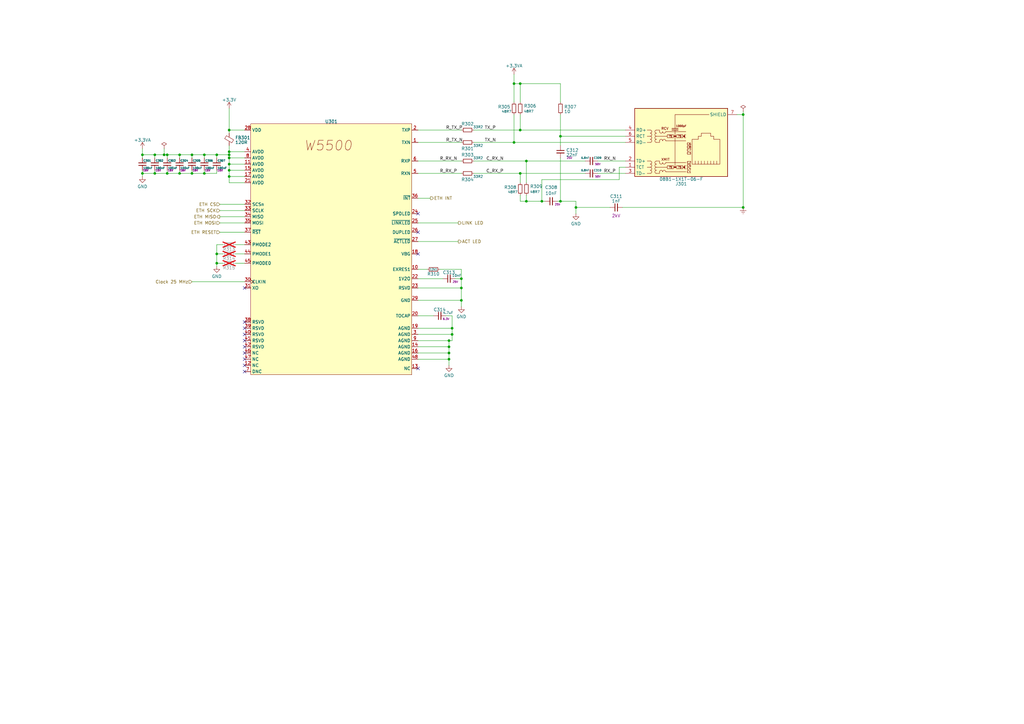
<source format=kicad_sch>
(kicad_sch (version 20230121) (generator eeschema)

  (uuid e74f9b3d-999b-4b65-8e6d-5f3ce443e983)

  (paper "A3")

  (title_block
    (title "MQTT Output Controller")
    (date "2023-09-16")
    (rev "1.0")
    (company "findersee.fi")
  )

  (lib_symbols
    (symbol "Capacitors_0402:CAPC_100nF_X5R_16V_0402" (pin_numbers hide) (pin_names (offset 0.254) hide) (in_bom yes) (on_board yes)
      (property "Reference" "C" (at 0.254 1.778 0)
        (effects (font (size 1.27 1.27)) (justify left))
      )
      (property "Value" "100nF" (at 0.254 -2.032 0)
        (effects (font (size 1 1)) (justify left))
      )
      (property "Footprint" "Capacitor_SMD:C_0402_1005Metric" (at 0 0 0)
        (effects (font (size 1.27 1.27)) hide)
      )
      (property "Datasheet" "~" (at 0 0 0)
        (effects (font (size 1.27 1.27)) hide)
      )
      (property "Voltage" "16V" (at 1.27 -3.81 0)
        (effects (font (size 0.8 0.8)) (justify left))
      )
      (property "Material" "X5R" (at 0 -5.08 0)
        (effects (font (size 0.8 0.8)) hide)
      )
      (property "ki_keywords" "capacitor cap" (at 0 0 0)
        (effects (font (size 1.27 1.27)) hide)
      )
      (property "ki_description" "Capacitor 100 nF 16V X5R 0402" (at 0 0 0)
        (effects (font (size 1.27 1.27)) hide)
      )
      (property "ki_fp_filters" "C_*" (at 0 0 0)
        (effects (font (size 1.27 1.27)) hide)
      )
      (symbol "CAPC_100nF_X5R_16V_0402_0_1"
        (polyline
          (pts
            (xy -1.524 -0.508)
            (xy 1.524 -0.508)
          )
          (stroke (width 0.3302) (type default))
          (fill (type none))
        )
        (polyline
          (pts
            (xy -1.524 0.508)
            (xy 1.524 0.508)
          )
          (stroke (width 0.3048) (type default))
          (fill (type none))
        )
      )
      (symbol "CAPC_100nF_X5R_16V_0402_1_1"
        (pin passive line (at 0 2.54 270) (length 2.032)
          (name "~" (effects (font (size 1.27 1.27))))
          (number "1" (effects (font (size 1.27 1.27))))
        )
        (pin passive line (at 0 -2.54 90) (length 2.032)
          (name "~" (effects (font (size 1.27 1.27))))
          (number "2" (effects (font (size 1.27 1.27))))
        )
      )
    )
    (symbol "Capacitors_0402:CAPC_10nF_X7R_25V_0402" (pin_numbers hide) (pin_names (offset 0.254) hide) (in_bom yes) (on_board yes)
      (property "Reference" "C" (at 0.254 1.778 0)
        (effects (font (size 1.27 1.27)) (justify left))
      )
      (property "Value" "10nF" (at 0.254 -2.032 0)
        (effects (font (size 1 1)) (justify left))
      )
      (property "Footprint" "Capacitor_SMD:C_0402_1005Metric" (at 0 0 0)
        (effects (font (size 1.27 1.27)) hide)
      )
      (property "Datasheet" "~" (at 0 0 0)
        (effects (font (size 1.27 1.27)) hide)
      )
      (property "Voltage" "25V" (at 1.27 -3.81 0)
        (effects (font (size 0.8 0.8)) (justify left))
      )
      (property "Material" "X7R" (at 0 -5.08 0)
        (effects (font (size 0.8 0.8)) hide)
      )
      (property "ki_keywords" "capacitor cap" (at 0 0 0)
        (effects (font (size 1.27 1.27)) hide)
      )
      (property "ki_description" "Capacitor 10 nF 25V X7R 0402" (at 0 0 0)
        (effects (font (size 1.27 1.27)) hide)
      )
      (property "ki_fp_filters" "C_*" (at 0 0 0)
        (effects (font (size 1.27 1.27)) hide)
      )
      (symbol "CAPC_10nF_X7R_25V_0402_0_1"
        (polyline
          (pts
            (xy -1.524 -0.508)
            (xy 1.524 -0.508)
          )
          (stroke (width 0.3302) (type default))
          (fill (type none))
        )
        (polyline
          (pts
            (xy -1.524 0.508)
            (xy 1.524 0.508)
          )
          (stroke (width 0.3048) (type default))
          (fill (type none))
        )
      )
      (symbol "CAPC_10nF_X7R_25V_0402_1_1"
        (pin passive line (at 0 2.54 270) (length 2.032)
          (name "~" (effects (font (size 1.27 1.27))))
          (number "1" (effects (font (size 1.27 1.27))))
        )
        (pin passive line (at 0 -2.54 90) (length 2.032)
          (name "~" (effects (font (size 1.27 1.27))))
          (number "2" (effects (font (size 1.27 1.27))))
        )
      )
    )
    (symbol "Capacitors_0402:CAPC_22nF_X7R_25V_0402" (pin_numbers hide) (pin_names (offset 0.254) hide) (in_bom yes) (on_board yes)
      (property "Reference" "C" (at 0.254 1.778 0)
        (effects (font (size 1.27 1.27)) (justify left))
      )
      (property "Value" "22nF" (at 0.254 -2.032 0)
        (effects (font (size 1 1)) (justify left))
      )
      (property "Footprint" "Capacitor_SMD:C_0402_1005Metric" (at 0 0 0)
        (effects (font (size 1.27 1.27)) hide)
      )
      (property "Datasheet" "~" (at 0 0 0)
        (effects (font (size 1.27 1.27)) hide)
      )
      (property "Voltage" "25V" (at 1.27 -3.81 0)
        (effects (font (size 0.8 0.8)) (justify left))
      )
      (property "Material" "X7R" (at 0 -5.08 0)
        (effects (font (size 0.8 0.8)) hide)
      )
      (property "ki_keywords" "capacitor cap" (at 0 0 0)
        (effects (font (size 1.27 1.27)) hide)
      )
      (property "ki_description" "Capacitor 22 nF 25V X7R 0402" (at 0 0 0)
        (effects (font (size 1.27 1.27)) hide)
      )
      (property "ki_fp_filters" "C_*" (at 0 0 0)
        (effects (font (size 1.27 1.27)) hide)
      )
      (symbol "CAPC_22nF_X7R_25V_0402_0_1"
        (polyline
          (pts
            (xy -1.524 -0.508)
            (xy 1.524 -0.508)
          )
          (stroke (width 0.3302) (type default))
          (fill (type none))
        )
        (polyline
          (pts
            (xy -1.524 0.508)
            (xy 1.524 0.508)
          )
          (stroke (width 0.3048) (type default))
          (fill (type none))
        )
      )
      (symbol "CAPC_22nF_X7R_25V_0402_1_1"
        (pin passive line (at 0 2.54 270) (length 2.032)
          (name "~" (effects (font (size 1.27 1.27))))
          (number "1" (effects (font (size 1.27 1.27))))
        )
        (pin passive line (at 0 -2.54 90) (length 2.032)
          (name "~" (effects (font (size 1.27 1.27))))
          (number "2" (effects (font (size 1.27 1.27))))
        )
      )
    )
    (symbol "Capacitors_0402:CAPC_6.8nF_C0G_50V_0402" (pin_numbers hide) (pin_names (offset 0.254) hide) (in_bom yes) (on_board yes)
      (property "Reference" "C" (at 0.254 1.778 0)
        (effects (font (size 1.27 1.27)) (justify left))
      )
      (property "Value" "6.8nF" (at 0.254 -2.032 0)
        (effects (font (size 1 1)) (justify left))
      )
      (property "Footprint" "Capacitor_SMD:C_0402_1005Metric" (at 0 0 0)
        (effects (font (size 1.27 1.27)) hide)
      )
      (property "Datasheet" "~" (at 0 0 0)
        (effects (font (size 1.27 1.27)) hide)
      )
      (property "Voltage" "50V" (at 1.27 -3.81 0)
        (effects (font (size 0.8 0.8)) (justify left))
      )
      (property "Material" "C0G" (at 0 -5.08 0)
        (effects (font (size 0.8 0.8)) hide)
      )
      (property "ki_keywords" "capacitor cap" (at 0 0 0)
        (effects (font (size 1.27 1.27)) hide)
      )
      (property "ki_description" "Capacitor 6.8 nF 50V C0G 0402" (at 0 0 0)
        (effects (font (size 1.27 1.27)) hide)
      )
      (property "ki_fp_filters" "C_*" (at 0 0 0)
        (effects (font (size 1.27 1.27)) hide)
      )
      (symbol "CAPC_6.8nF_C0G_50V_0402_0_1"
        (polyline
          (pts
            (xy -1.524 -0.508)
            (xy 1.524 -0.508)
          )
          (stroke (width 0.3302) (type default))
          (fill (type none))
        )
        (polyline
          (pts
            (xy -1.524 0.508)
            (xy 1.524 0.508)
          )
          (stroke (width 0.3048) (type default))
          (fill (type none))
        )
      )
      (symbol "CAPC_6.8nF_C0G_50V_0402_1_1"
        (pin passive line (at 0 2.54 270) (length 2.032)
          (name "~" (effects (font (size 1.27 1.27))))
          (number "1" (effects (font (size 1.27 1.27))))
        )
        (pin passive line (at 0 -2.54 90) (length 2.032)
          (name "~" (effects (font (size 1.27 1.27))))
          (number "2" (effects (font (size 1.27 1.27))))
        )
      )
    )
    (symbol "Device:C_Small" (pin_numbers hide) (pin_names (offset 0.254) hide) (in_bom yes) (on_board yes)
      (property "Reference" "C" (at 0.254 1.778 0)
        (effects (font (size 1.27 1.27)) (justify left))
      )
      (property "Value" "C_Small" (at 0.254 -2.032 0)
        (effects (font (size 1.27 1.27)) (justify left))
      )
      (property "Footprint" "" (at 0 0 0)
        (effects (font (size 1.27 1.27)) hide)
      )
      (property "Datasheet" "~" (at 0 0 0)
        (effects (font (size 1.27 1.27)) hide)
      )
      (property "ki_keywords" "capacitor cap" (at 0 0 0)
        (effects (font (size 1.27 1.27)) hide)
      )
      (property "ki_description" "Unpolarized capacitor, small symbol" (at 0 0 0)
        (effects (font (size 1.27 1.27)) hide)
      )
      (property "ki_fp_filters" "C_*" (at 0 0 0)
        (effects (font (size 1.27 1.27)) hide)
      )
      (symbol "C_Small_0_1"
        (polyline
          (pts
            (xy -1.524 -0.508)
            (xy 1.524 -0.508)
          )
          (stroke (width 0.3302) (type default))
          (fill (type none))
        )
        (polyline
          (pts
            (xy -1.524 0.508)
            (xy 1.524 0.508)
          )
          (stroke (width 0.3048) (type default))
          (fill (type none))
        )
      )
      (symbol "C_Small_1_1"
        (pin passive line (at 0 2.54 270) (length 2.032)
          (name "~" (effects (font (size 1.27 1.27))))
          (number "1" (effects (font (size 1.27 1.27))))
        )
        (pin passive line (at 0 -2.54 90) (length 2.032)
          (name "~" (effects (font (size 1.27 1.27))))
          (number "2" (effects (font (size 1.27 1.27))))
        )
      )
    )
    (symbol "Device:FerriteBead_Small" (pin_numbers hide) (pin_names (offset 0)) (in_bom yes) (on_board yes)
      (property "Reference" "FB" (at 1.905 1.27 0)
        (effects (font (size 1.27 1.27)) (justify left))
      )
      (property "Value" "FerriteBead_Small" (at 1.905 -1.27 0)
        (effects (font (size 1.27 1.27)) (justify left))
      )
      (property "Footprint" "" (at -1.778 0 90)
        (effects (font (size 1.27 1.27)) hide)
      )
      (property "Datasheet" "~" (at 0 0 0)
        (effects (font (size 1.27 1.27)) hide)
      )
      (property "ki_keywords" "L ferrite bead inductor filter" (at 0 0 0)
        (effects (font (size 1.27 1.27)) hide)
      )
      (property "ki_description" "Ferrite bead, small symbol" (at 0 0 0)
        (effects (font (size 1.27 1.27)) hide)
      )
      (property "ki_fp_filters" "Inductor_* L_* *Ferrite*" (at 0 0 0)
        (effects (font (size 1.27 1.27)) hide)
      )
      (symbol "FerriteBead_Small_0_1"
        (polyline
          (pts
            (xy 0 -1.27)
            (xy 0 -0.7874)
          )
          (stroke (width 0) (type default))
          (fill (type none))
        )
        (polyline
          (pts
            (xy 0 0.889)
            (xy 0 1.2954)
          )
          (stroke (width 0) (type default))
          (fill (type none))
        )
        (polyline
          (pts
            (xy -1.8288 0.2794)
            (xy -1.1176 1.4986)
            (xy 1.8288 -0.2032)
            (xy 1.1176 -1.4224)
            (xy -1.8288 0.2794)
          )
          (stroke (width 0) (type default))
          (fill (type none))
        )
      )
      (symbol "FerriteBead_Small_1_1"
        (pin passive line (at 0 2.54 270) (length 1.27)
          (name "~" (effects (font (size 1.27 1.27))))
          (number "1" (effects (font (size 1.27 1.27))))
        )
        (pin passive line (at 0 -2.54 90) (length 1.27)
          (name "~" (effects (font (size 1.27 1.27))))
          (number "2" (effects (font (size 1.27 1.27))))
        )
      )
    )
    (symbol "Device:R_Small" (pin_numbers hide) (pin_names (offset 0.254) hide) (in_bom yes) (on_board yes)
      (property "Reference" "R" (at 0.762 0.508 0)
        (effects (font (size 1.27 1.27)) (justify left))
      )
      (property "Value" "R_Small" (at 0.762 -1.016 0)
        (effects (font (size 1.27 1.27)) (justify left))
      )
      (property "Footprint" "" (at 0 0 0)
        (effects (font (size 1.27 1.27)) hide)
      )
      (property "Datasheet" "~" (at 0 0 0)
        (effects (font (size 1.27 1.27)) hide)
      )
      (property "ki_keywords" "R resistor" (at 0 0 0)
        (effects (font (size 1.27 1.27)) hide)
      )
      (property "ki_description" "Resistor, small symbol" (at 0 0 0)
        (effects (font (size 1.27 1.27)) hide)
      )
      (property "ki_fp_filters" "R_*" (at 0 0 0)
        (effects (font (size 1.27 1.27)) hide)
      )
      (symbol "R_Small_0_1"
        (rectangle (start -0.762 1.778) (end 0.762 -1.778)
          (stroke (width 0.2032) (type default))
          (fill (type none))
        )
      )
      (symbol "R_Small_1_1"
        (pin passive line (at 0 2.54 270) (length 0.762)
          (name "~" (effects (font (size 1.27 1.27))))
          (number "1" (effects (font (size 1.27 1.27))))
        )
        (pin passive line (at 0 -2.54 90) (length 0.762)
          (name "~" (effects (font (size 1.27 1.27))))
          (number "2" (effects (font (size 1.27 1.27))))
        )
      )
    )
    (symbol "Findersee_parts:08B1-1X1T-06-F" (in_bom yes) (on_board yes)
      (property "Reference" "J" (at 0 1.27 0)
        (effects (font (size 1.27 1.27)))
      )
      (property "Value" "08B1-1X1T-06-F" (at 29.21 1.27 0)
        (effects (font (size 1.27 1.27)))
      )
      (property "Footprint" "" (at 0 0 0)
        (effects (font (size 1.27 1.27)) hide)
      )
      (property "Datasheet" "" (at 0 0 0)
        (effects (font (size 1.27 1.27)) hide)
      )
      (property "Manufacturer" "Bel Fuse Inc." (at 6.35 -29.21 0)
        (effects (font (size 1.27 1.27)) hide)
      )
      (symbol "08B1-1X1T-06-F_0_0"
        (polyline
          (pts
            (xy 16.51 -3.81)
            (xy 16.51 -19.05)
          )
          (stroke (width 0) (type default))
          (fill (type none))
        )
        (polyline
          (pts
            (xy 17.78 -19.685)
            (xy 15.24 -19.685)
          )
          (stroke (width 0.254) (type default))
          (fill (type none))
        )
        (polyline
          (pts
            (xy 17.78 -19.05)
            (xy 15.24 -19.05)
          )
          (stroke (width 0.254) (type default))
          (fill (type none))
        )
        (polyline
          (pts
            (xy 20.32 -16.51)
            (xy 19.685 -16.51)
          )
          (stroke (width 0) (type default))
          (fill (type none))
        )
        (polyline
          (pts
            (xy 20.32 -3.81)
            (xy 19.685 -3.81)
          )
          (stroke (width 0) (type default))
          (fill (type none))
        )
        (polyline
          (pts
            (xy 20.955 -15.875)
            (xy 20.32 -15.875)
            (xy 20.32 -17.145)
            (xy 20.955 -17.145)
          )
          (stroke (width 0) (type default))
          (fill (type none))
        )
        (polyline
          (pts
            (xy 20.955 -3.175)
            (xy 20.32 -3.175)
            (xy 20.32 -4.445)
            (xy 20.955 -4.445)
          )
          (stroke (width 0) (type default))
          (fill (type none))
        )
        (circle (center 16.51 -16.51) (radius 0.254)
          (stroke (width 0.254) (type default))
          (fill (type outline))
        )
        (circle (center 16.51 -3.81) (radius 0.254)
          (stroke (width 0.254) (type default))
          (fill (type outline))
        )
        (circle (center 20.32 -16.51) (radius 0.254)
          (stroke (width 0.254) (type default))
          (fill (type outline))
        )
        (circle (center 20.32 -3.81) (radius 0.254)
          (stroke (width 0.254) (type default))
          (fill (type outline))
        )
        (text "1000pF" (at 19.05 -20.701 0)
          (effects (font (size 0.762 0.762)))
        )
        (text "75" (at 14.605 -16.51 0)
          (effects (font (size 0.762 0.762)))
        )
        (text "75" (at 14.605 -3.81 0)
          (effects (font (size 0.762 0.762)))
        )
        (text "75" (at 18.415 -16.51 0)
          (effects (font (size 0.762 0.762)))
        )
        (text "75" (at 18.415 -3.81 0)
          (effects (font (size 0.762 0.762)))
        )
        (text "C1" (at 22.225 -1.905 0)
          (effects (font (size 0.889 0.889)))
        )
        (text "C2" (at 22.225 -5.715 0)
          (effects (font (size 0.889 0.889)))
        )
        (text "C3" (at 22.225 -9.525 0)
          (effects (font (size 0.889 0.889)))
        )
        (text "C4" (at 22.225 -3.175 0)
          (effects (font (size 0.889 0.889)))
        )
        (text "C5" (at 22.225 -4.445 0)
          (effects (font (size 0.889 0.889)))
        )
        (text "C6" (at 22.225 -13.335 0)
          (effects (font (size 0.889 0.889)))
        )
        (text "C7" (at 22.225 -10.795 0)
          (effects (font (size 0.889 0.889)))
        )
        (text "C8" (at 22.225 -12.065 0)
          (effects (font (size 0.889 0.889)))
        )
        (text "RCV" (at 10.795 -19.685 0)
          (effects (font (size 1.016 1.016)) (justify left))
        )
        (text "XMIT" (at 10.795 -6.985 0)
          (effects (font (size 1.016 1.016)) (justify left))
        )
      )
      (symbol "08B1-1X1T-06-F_0_1"
        (polyline
          (pts
            (xy 6.35 -19.05)
            (xy 5.08 -19.05)
          )
          (stroke (width 0) (type default))
          (fill (type none))
        )
        (polyline
          (pts
            (xy 6.35 -16.51)
            (xy 5.08 -16.51)
          )
          (stroke (width 0) (type default))
          (fill (type none))
        )
        (polyline
          (pts
            (xy 6.35 -13.97)
            (xy 5.08 -13.97)
          )
          (stroke (width 0) (type default))
          (fill (type none))
        )
        (polyline
          (pts
            (xy 6.35 -6.35)
            (xy 5.08 -6.35)
          )
          (stroke (width 0) (type default))
          (fill (type none))
        )
        (polyline
          (pts
            (xy 6.35 -3.81)
            (xy 5.08 -3.81)
          )
          (stroke (width 0) (type default))
          (fill (type none))
        )
        (polyline
          (pts
            (xy 6.35 -1.27)
            (xy 5.08 -1.27)
          )
          (stroke (width 0) (type default))
          (fill (type none))
        )
        (polyline
          (pts
            (xy 12.7 -18.415)
            (xy 20.955 -18.415)
          )
          (stroke (width 0) (type default))
          (fill (type none))
        )
        (polyline
          (pts
            (xy 12.7 -14.605)
            (xy 20.955 -14.605)
          )
          (stroke (width 0) (type default))
          (fill (type none))
        )
        (polyline
          (pts
            (xy 12.7 -5.715)
            (xy 20.955 -5.715)
          )
          (stroke (width 0) (type default))
          (fill (type none))
        )
        (polyline
          (pts
            (xy 12.7 -1.905)
            (xy 20.955 -1.905)
          )
          (stroke (width 0) (type default))
          (fill (type none))
        )
        (polyline
          (pts
            (xy 13.335 -16.51)
            (xy 8.89 -16.51)
          )
          (stroke (width 0) (type default))
          (fill (type none))
        )
        (polyline
          (pts
            (xy 13.335 -3.81)
            (xy 8.89 -3.81)
          )
          (stroke (width 0) (type default))
          (fill (type none))
        )
        (polyline
          (pts
            (xy 15.875 -16.51)
            (xy 17.145 -16.51)
          )
          (stroke (width 0) (type default))
          (fill (type none))
        )
        (polyline
          (pts
            (xy 15.875 -3.81)
            (xy 17.145 -3.81)
          )
          (stroke (width 0) (type default))
          (fill (type none))
        )
        (polyline
          (pts
            (xy 24.765 -6.35)
            (xy 24.765 -5.08)
          )
          (stroke (width 0) (type default))
          (fill (type none))
        )
        (polyline
          (pts
            (xy 26.035 -5.08)
            (xy 26.035 -6.35)
          )
          (stroke (width 0) (type default))
          (fill (type none))
        )
        (polyline
          (pts
            (xy 27.305 -5.08)
            (xy 27.305 -6.35)
          )
          (stroke (width 0) (type default))
          (fill (type none))
        )
        (polyline
          (pts
            (xy 28.575 -5.08)
            (xy 28.575 -6.35)
          )
          (stroke (width 0) (type default))
          (fill (type none))
        )
        (polyline
          (pts
            (xy 29.845 -5.08)
            (xy 29.845 -6.35)
          )
          (stroke (width 0) (type default))
          (fill (type none))
        )
        (polyline
          (pts
            (xy 31.115 -5.08)
            (xy 31.115 -6.35)
          )
          (stroke (width 0) (type default))
          (fill (type none))
        )
        (polyline
          (pts
            (xy 32.385 -6.35)
            (xy 32.385 -5.08)
          )
          (stroke (width 0) (type default))
          (fill (type none))
        )
        (polyline
          (pts
            (xy 33.655 -6.35)
            (xy 33.655 -5.08)
          )
          (stroke (width 0) (type default))
          (fill (type none))
        )
        (polyline
          (pts
            (xy 39.37 -25.4)
            (xy 39.37 -25.4)
          )
          (stroke (width 0) (type default))
          (fill (type none))
        )
        (polyline
          (pts
            (xy 8.89 -13.97)
            (xy 10.16 -13.97)
            (xy 10.16 -14.605)
          )
          (stroke (width 0) (type default))
          (fill (type none))
        )
        (polyline
          (pts
            (xy 8.89 -1.27)
            (xy 10.16 -1.27)
            (xy 10.16 -1.905)
          )
          (stroke (width 0) (type default))
          (fill (type none))
        )
        (polyline
          (pts
            (xy 10.16 -18.415)
            (xy 10.16 -19.05)
            (xy 8.89 -19.05)
          )
          (stroke (width 0) (type default))
          (fill (type none))
        )
        (polyline
          (pts
            (xy 10.16 -5.715)
            (xy 10.16 -6.35)
            (xy 8.89 -6.35)
          )
          (stroke (width 0) (type default))
          (fill (type none))
        )
        (polyline
          (pts
            (xy 16.51 -19.685)
            (xy 16.51 -25.4)
            (xy 30.48 -25.4)
          )
          (stroke (width 0) (type default))
          (fill (type none))
        )
        (polyline
          (pts
            (xy 23.495 -5.08)
            (xy 34.925 -5.08)
            (xy 34.925 -15.24)
            (xy 32.385 -15.24)
            (xy 32.385 -16.51)
            (xy 31.115 -16.51)
            (xy 31.115 -17.78)
            (xy 27.305 -17.78)
            (xy 27.305 -16.51)
            (xy 26.035 -16.51)
            (xy 26.035 -15.24)
            (xy 23.495 -15.24)
            (xy 23.495 -5.08)
          )
          (stroke (width 0) (type default))
          (fill (type none))
        )
        (rectangle (start 0 0) (end 38.1 -27.94)
          (stroke (width 0.254) (type default))
          (fill (type background))
        )
        (arc (start 6.35 -19.05) (mid 6.9823 -18.415) (end 6.35 -17.78)
          (stroke (width 0) (type default))
          (fill (type none))
        )
        (arc (start 6.35 -17.78) (mid 6.9823 -17.145) (end 6.35 -16.51)
          (stroke (width 0) (type default))
          (fill (type none))
        )
        (arc (start 6.35 -16.51) (mid 6.9823 -15.875) (end 6.35 -15.24)
          (stroke (width 0) (type default))
          (fill (type none))
        )
        (arc (start 6.35 -15.24) (mid 6.9823 -14.605) (end 6.35 -13.97)
          (stroke (width 0) (type default))
          (fill (type none))
        )
        (arc (start 6.35 -6.35) (mid 6.9823 -5.715) (end 6.35 -5.08)
          (stroke (width 0) (type default))
          (fill (type none))
        )
        (arc (start 6.35 -5.08) (mid 6.9823 -4.445) (end 6.35 -3.81)
          (stroke (width 0) (type default))
          (fill (type none))
        )
        (arc (start 6.35 -3.81) (mid 6.9823 -3.175) (end 6.35 -2.54)
          (stroke (width 0) (type default))
          (fill (type none))
        )
        (arc (start 6.35 -2.54) (mid 6.9823 -1.905) (end 6.35 -1.27)
          (stroke (width 0) (type default))
          (fill (type none))
        )
        (arc (start 8.89 -17.78) (mid 8.2577 -18.415) (end 8.89 -19.05)
          (stroke (width 0) (type default))
          (fill (type none))
        )
        (arc (start 8.89 -16.51) (mid 8.2577 -17.145) (end 8.89 -17.78)
          (stroke (width 0) (type default))
          (fill (type none))
        )
        (arc (start 8.89 -15.24) (mid 8.2577 -15.875) (end 8.89 -16.51)
          (stroke (width 0) (type default))
          (fill (type none))
        )
        (arc (start 8.89 -13.97) (mid 8.2577 -14.605) (end 8.89 -15.24)
          (stroke (width 0) (type default))
          (fill (type none))
        )
        (arc (start 8.89 -5.08) (mid 8.2577 -5.715) (end 8.89 -6.35)
          (stroke (width 0) (type default))
          (fill (type none))
        )
        (arc (start 8.89 -3.81) (mid 8.2577 -4.445) (end 8.89 -5.08)
          (stroke (width 0) (type default))
          (fill (type none))
        )
        (arc (start 8.89 -2.54) (mid 8.2577 -3.175) (end 8.89 -3.81)
          (stroke (width 0) (type default))
          (fill (type none))
        )
        (arc (start 8.89 -1.27) (mid 8.2577 -1.905) (end 8.89 -2.54)
          (stroke (width 0) (type default))
          (fill (type none))
        )
        (arc (start 10.16 -14.605) (mid 10.795 -15.2373) (end 11.43 -14.605)
          (stroke (width 0) (type default))
          (fill (type none))
        )
        (arc (start 10.16 -1.905) (mid 10.795 -2.5373) (end 11.43 -1.905)
          (stroke (width 0) (type default))
          (fill (type none))
        )
        (arc (start 11.43 -18.415) (mid 10.795 -17.7827) (end 10.16 -18.415)
          (stroke (width 0) (type default))
          (fill (type none))
        )
        (arc (start 11.43 -14.605) (mid 12.065 -15.2373) (end 12.7 -14.605)
          (stroke (width 0) (type default))
          (fill (type none))
        )
        (arc (start 11.43 -5.715) (mid 10.795 -5.0827) (end 10.16 -5.715)
          (stroke (width 0) (type default))
          (fill (type none))
        )
        (arc (start 11.43 -1.905) (mid 12.065 -2.5373) (end 12.7 -1.905)
          (stroke (width 0) (type default))
          (fill (type none))
        )
        (arc (start 12.7 -18.415) (mid 12.065 -17.7827) (end 11.43 -18.415)
          (stroke (width 0) (type default))
          (fill (type none))
        )
        (arc (start 12.7 -5.715) (mid 12.065 -5.0827) (end 11.43 -5.715)
          (stroke (width 0) (type default))
          (fill (type none))
        )
        (rectangle (start 13.335 -15.875) (end 15.875 -17.145)
          (stroke (width 0) (type default))
          (fill (type none))
        )
        (rectangle (start 13.335 -3.175) (end 15.875 -4.445)
          (stroke (width 0) (type default))
          (fill (type none))
        )
        (rectangle (start 17.145 -15.875) (end 19.685 -17.145)
          (stroke (width 0) (type default))
          (fill (type none))
        )
        (rectangle (start 17.145 -3.175) (end 19.685 -4.445)
          (stroke (width 0) (type default))
          (fill (type none))
        )
      )
      (symbol "08B1-1X1T-06-F_1_1"
        (pin passive line (at -3.81 -3.81 0) (length 3.81)
          (name "TCT" (effects (font (size 1.27 1.27))))
          (number "1" (effects (font (size 1.27 1.27))))
        )
        (pin passive line (at -3.81 -6.35 0) (length 3.81)
          (name "TD+" (effects (font (size 1.27 1.27))))
          (number "2" (effects (font (size 1.27 1.27))))
        )
        (pin passive line (at -3.81 -1.27 0) (length 3.81)
          (name "TD-" (effects (font (size 1.27 1.27))))
          (number "3" (effects (font (size 1.27 1.27))))
        )
        (pin passive line (at -3.81 -19.05 0) (length 3.81)
          (name "RD+" (effects (font (size 1.27 1.27))))
          (number "4" (effects (font (size 1.27 1.27))))
        )
        (pin passive line (at -3.81 -13.97 0) (length 3.81)
          (name "RD-" (effects (font (size 1.27 1.27))))
          (number "5" (effects (font (size 1.27 1.27))))
        )
        (pin passive line (at -3.81 -16.51 0) (length 3.81)
          (name "RCT" (effects (font (size 1.27 1.27))))
          (number "6" (effects (font (size 1.27 1.27))))
        )
        (pin passive line (at 41.91 -25.4 180) (length 3.81)
          (name "SHIELD" (effects (font (size 1.27 1.27))))
          (number "7" (effects (font (size 1.27 1.27))))
        )
      )
    )
    (symbol "Findersee_parts:W5500" (in_bom yes) (on_board yes)
      (property "Reference" "U" (at 1.27 1.27 0)
        (effects (font (size 1.27 1.27)))
      )
      (property "Value" "W5500" (at 11.43 -104.14 0)
        (effects (font (size 1.27 1.27)) hide)
      )
      (property "Footprint" "" (at -2.54 0 0)
        (effects (font (size 1.27 1.27)) hide)
      )
      (property "Datasheet" "https://docs.wiznet.io/Product/iEthernet/W5500/datasheet" (at 29.21 -106.68 0)
        (effects (font (size 1.27 1.27)) hide)
      )
      (property "Manufacturer" "WIZnet" (at 2.54 -104.14 0)
        (effects (font (size 1.27 1.27)) hide)
      )
      (property "ki_description" "SPI Ethernet controller" (at 0 0 0)
        (effects (font (size 1.27 1.27)) hide)
      )
      (symbol "W5500_0_0"
        (pin passive line (at 68.58 -7.62 180) (length 2.54)
          (name "TXN" (effects (font (size 1.27 1.27))))
          (number "1" (effects (font (size 1.27 1.27))))
        )
        (pin passive line (at 68.58 -59.69 180) (length 2.54)
          (name "EXRES1" (effects (font (size 1.27 1.27))))
          (number "10" (effects (font (size 1.27 1.27))))
        )
        (pin power_in line (at -2.54 -16.51 0) (length 2.54)
          (name "AVDD" (effects (font (size 1.27 1.27))))
          (number "11" (effects (font (size 1.27 1.27))))
        )
        (pin passive line (at -2.54 -99.06 0) (length 2.54)
          (name "NC" (effects (font (size 1.27 1.27))))
          (number "12" (effects (font (size 1.27 1.27))))
        )
        (pin passive line (at 68.58 -100.33 180) (length 2.54)
          (name "NC" (effects (font (size 1.27 1.27))))
          (number "13" (effects (font (size 1.27 1.27))))
        )
        (pin power_in line (at 68.58 -91.44 180) (length 2.54)
          (name "AGND" (effects (font (size 1.27 1.27))))
          (number "14" (effects (font (size 1.27 1.27))))
        )
        (pin power_in line (at -2.54 -19.05 0) (length 2.54)
          (name "AVDD" (effects (font (size 1.27 1.27))))
          (number "15" (effects (font (size 1.27 1.27))))
        )
        (pin power_in line (at 68.58 -93.98 180) (length 2.54)
          (name "AGND" (effects (font (size 1.27 1.27))))
          (number "16" (effects (font (size 1.27 1.27))))
        )
        (pin power_in line (at -2.54 -21.59 0) (length 2.54)
          (name "AVDD" (effects (font (size 1.27 1.27))))
          (number "17" (effects (font (size 1.27 1.27))))
        )
        (pin passive line (at 68.58 -53.34 180) (length 2.54)
          (name "VBG" (effects (font (size 1.27 1.27))))
          (number "18" (effects (font (size 1.27 1.27))))
        )
        (pin power_in line (at 68.58 -83.82 180) (length 2.54)
          (name "AGND" (effects (font (size 1.27 1.27))))
          (number "19" (effects (font (size 1.27 1.27))))
        )
        (pin passive line (at 68.58 -2.54 180) (length 2.54)
          (name "TXP" (effects (font (size 1.27 1.27))))
          (number "2" (effects (font (size 1.27 1.27))))
        )
        (pin passive line (at 68.58 -78.74 180) (length 2.54)
          (name "TOCAP" (effects (font (size 1.27 1.27))))
          (number "20" (effects (font (size 1.27 1.27))))
        )
        (pin power_in line (at -2.54 -24.13 0) (length 2.54)
          (name "AVDD" (effects (font (size 1.27 1.27))))
          (number "21" (effects (font (size 1.27 1.27))))
        )
        (pin power_out line (at 68.58 -63.5 180) (length 2.54)
          (name "1V2O" (effects (font (size 1.27 1.27))))
          (number "22" (effects (font (size 1.27 1.27))))
        )
        (pin passive line (at 68.58 -67.31 180) (length 2.54)
          (name "RSVD" (effects (font (size 1.27 1.27))))
          (number "23" (effects (font (size 1.27 1.27))))
        )
        (pin output line (at 68.58 -36.83 180) (length 2.54)
          (name "SPDLED" (effects (font (size 1.27 1.27))))
          (number "24" (effects (font (size 1.27 1.27))))
        )
        (pin output line (at 68.58 -40.64 180) (length 2.54)
          (name "~{LINKLED}" (effects (font (size 1.27 1.27))))
          (number "25" (effects (font (size 1.27 1.27))))
        )
        (pin output line (at 68.58 -44.45 180) (length 2.54)
          (name "DUPLED" (effects (font (size 1.27 1.27))))
          (number "26" (effects (font (size 1.27 1.27))))
        )
        (pin output line (at 68.58 -48.26 180) (length 2.54)
          (name "~{ACTLED}" (effects (font (size 1.27 1.27))))
          (number "27" (effects (font (size 1.27 1.27))))
        )
        (pin power_in line (at -2.54 -2.54 0) (length 2.54)
          (name "VDD" (effects (font (size 1.27 1.27))))
          (number "28" (effects (font (size 1.27 1.27))))
        )
        (pin power_in line (at 68.58 -72.39 180) (length 2.54)
          (name "GND" (effects (font (size 1.27 1.27))))
          (number "29" (effects (font (size 1.27 1.27))))
        )
        (pin power_in line (at 68.58 -86.36 180) (length 2.54)
          (name "AGND" (effects (font (size 1.27 1.27))))
          (number "3" (effects (font (size 1.27 1.27))))
        )
        (pin input line (at -2.54 -64.77 0) (length 2.54)
          (name "XI" (effects (font (size 1.27 1.27))))
          (number "30" (effects (font (size 1.27 1.27))))
          (alternate "CLKIN" input clock)
        )
        (pin output line (at -2.54 -67.31 0) (length 2.54)
          (name "XO" (effects (font (size 1.27 1.27))))
          (number "31" (effects (font (size 1.27 1.27))))
        )
        (pin input line (at -2.54 -33.02 0) (length 2.54)
          (name "SCSn" (effects (font (size 1.27 1.27))))
          (number "32" (effects (font (size 1.27 1.27))))
        )
        (pin input line (at -2.54 -35.56 0) (length 2.54)
          (name "SCLK" (effects (font (size 1.27 1.27))))
          (number "33" (effects (font (size 1.27 1.27))))
        )
        (pin output line (at -2.54 -38.1 0) (length 2.54)
          (name "MISO" (effects (font (size 1.27 1.27))))
          (number "34" (effects (font (size 1.27 1.27))))
        )
        (pin input line (at -2.54 -40.64 0) (length 2.54)
          (name "MOSI" (effects (font (size 1.27 1.27))))
          (number "35" (effects (font (size 1.27 1.27))))
        )
        (pin output line (at 68.58 -30.48 180) (length 2.54)
          (name "~{INT}" (effects (font (size 1.27 1.27))))
          (number "36" (effects (font (size 1.27 1.27))))
        )
        (pin input line (at -2.54 -44.45 0) (length 2.54)
          (name "~{RST}" (effects (font (size 1.27 1.27))))
          (number "37" (effects (font (size 1.27 1.27))))
        )
        (pin passive line (at -2.54 -81.28 0) (length 2.54)
          (name "RSVD" (effects (font (size 1.27 1.27))))
          (number "38" (effects (font (size 1.27 1.27))))
        )
        (pin passive line (at -2.54 -83.82 0) (length 2.54)
          (name "RSVD" (effects (font (size 1.27 1.27))))
          (number "39" (effects (font (size 1.27 1.27))))
        )
        (pin power_in line (at -2.54 -11.43 0) (length 2.54)
          (name "AVDD" (effects (font (size 1.27 1.27))))
          (number "4" (effects (font (size 1.27 1.27))))
        )
        (pin passive line (at -2.54 -86.36 0) (length 2.54)
          (name "RSVD" (effects (font (size 1.27 1.27))))
          (number "40" (effects (font (size 1.27 1.27))))
        )
        (pin passive line (at -2.54 -88.9 0) (length 2.54)
          (name "RSVD" (effects (font (size 1.27 1.27))))
          (number "41" (effects (font (size 1.27 1.27))))
        )
        (pin passive line (at -2.54 -91.44 0) (length 2.54)
          (name "RSVD" (effects (font (size 1.27 1.27))))
          (number "42" (effects (font (size 1.27 1.27))))
        )
        (pin input line (at -2.54 -49.53 0) (length 2.54)
          (name "PMODE2" (effects (font (size 1.27 1.27))))
          (number "43" (effects (font (size 1.27 1.27))))
        )
        (pin input line (at -2.54 -53.34 0) (length 2.54)
          (name "PMODE1" (effects (font (size 1.27 1.27))))
          (number "44" (effects (font (size 1.27 1.27))))
        )
        (pin input line (at -2.54 -57.15 0) (length 2.54)
          (name "PMODE0" (effects (font (size 1.27 1.27))))
          (number "45" (effects (font (size 1.27 1.27))))
        )
        (pin passive line (at -2.54 -93.98 0) (length 2.54)
          (name "NC" (effects (font (size 1.27 1.27))))
          (number "46" (effects (font (size 1.27 1.27))))
        )
        (pin passive line (at -2.54 -96.52 0) (length 2.54)
          (name "NC" (effects (font (size 1.27 1.27))))
          (number "47" (effects (font (size 1.27 1.27))))
        )
        (pin power_in line (at 68.58 -96.52 180) (length 2.54)
          (name "AGND" (effects (font (size 1.27 1.27))))
          (number "48" (effects (font (size 1.27 1.27))))
        )
        (pin passive line (at 68.58 -20.32 180) (length 2.54)
          (name "RXN" (effects (font (size 1.27 1.27))))
          (number "5" (effects (font (size 1.27 1.27))))
        )
        (pin passive line (at 68.58 -15.24 180) (length 2.54)
          (name "RXP" (effects (font (size 1.27 1.27))))
          (number "6" (effects (font (size 1.27 1.27))))
        )
        (pin passive line (at -2.54 -101.6 0) (length 2.54)
          (name "DNC" (effects (font (size 1.27 1.27))))
          (number "7" (effects (font (size 1.27 1.27))))
        )
        (pin power_in line (at -2.54 -13.97 0) (length 2.54)
          (name "AVDD" (effects (font (size 1.27 1.27))))
          (number "8" (effects (font (size 1.27 1.27))))
        )
        (pin power_in line (at 68.58 -88.9 180) (length 2.54)
          (name "AGND" (effects (font (size 1.27 1.27))))
          (number "9" (effects (font (size 1.27 1.27))))
        )
      )
      (symbol "W5500_0_1"
        (rectangle (start 0 0) (end 66.04 -102.87)
          (stroke (width 0) (type default))
          (fill (type background))
        )
        (text "W5500" (at 31.75 -8.89 0)
          (effects (font (size 4 4) italic))
        )
      )
    )
    (symbol "Resistors_0402:RESC_0402_0R" (pin_numbers hide) (pin_names (offset 0.254) hide) (in_bom yes) (on_board yes)
      (property "Reference" "R" (at 0.762 0.508 0)
        (effects (font (size 1.27 1.27)) (justify left))
      )
      (property "Value" "0R" (at 0.762 -1.016 0)
        (effects (font (size 1 1)) (justify left))
      )
      (property "Footprint" "Resistor_SMD:R_0402_1005Metric" (at 0 0 0)
        (effects (font (size 1.27 1.27)) hide)
      )
      (property "Datasheet" "~" (at 0 0 0)
        (effects (font (size 1.27 1.27)) hide)
      )
      (property "Package" "0402" (at -1.27 1.27 0)
        (effects (font (size 0.8 0.8)) hide)
      )
      (property "ki_keywords" "R resistor" (at 0 0 0)
        (effects (font (size 1.27 1.27)) hide)
      )
      (property "ki_description" "Resistor 0 Ω 0402" (at 0 0 0)
        (effects (font (size 1.27 1.27)) hide)
      )
      (property "ki_fp_filters" "R_*" (at 0 0 0)
        (effects (font (size 1.27 1.27)) hide)
      )
      (symbol "RESC_0402_0R_0_1"
        (rectangle (start -0.762 1.778) (end 0.762 -1.778)
          (stroke (width 0.2032) (type default))
          (fill (type none))
        )
      )
      (symbol "RESC_0402_0R_1_1"
        (pin passive line (at 0 2.54 270) (length 0.762)
          (name "~" (effects (font (size 1.27 1.27))))
          (number "1" (effects (font (size 1.27 1.27))))
        )
        (pin passive line (at 0 -2.54 90) (length 0.762)
          (name "~" (effects (font (size 1.27 1.27))))
          (number "2" (effects (font (size 1.27 1.27))))
        )
      )
    )
    (symbol "Resistors_0402:RESC_0402_12k1" (pin_numbers hide) (pin_names (offset 0.254) hide) (in_bom yes) (on_board yes)
      (property "Reference" "R" (at 0.762 0.508 0)
        (effects (font (size 1.27 1.27)) (justify left))
      )
      (property "Value" "12k1" (at 0.762 -1.016 0)
        (effects (font (size 1 1)) (justify left))
      )
      (property "Footprint" "Resistor_SMD:R_0402_1005Metric" (at 0 0 0)
        (effects (font (size 1.27 1.27)) hide)
      )
      (property "Datasheet" "~" (at 0 0 0)
        (effects (font (size 1.27 1.27)) hide)
      )
      (property "Package" "0402" (at -1.27 1.27 0)
        (effects (font (size 0.8 0.8)) hide)
      )
      (property "ki_keywords" "R resistor" (at 0 0 0)
        (effects (font (size 1.27 1.27)) hide)
      )
      (property "ki_description" "Resistor 12,1 kΩ 0402" (at 0 0 0)
        (effects (font (size 1.27 1.27)) hide)
      )
      (property "ki_fp_filters" "R_*" (at 0 0 0)
        (effects (font (size 1.27 1.27)) hide)
      )
      (symbol "RESC_0402_12k1_0_1"
        (rectangle (start -0.762 1.778) (end 0.762 -1.778)
          (stroke (width 0.2032) (type default))
          (fill (type none))
        )
      )
      (symbol "RESC_0402_12k1_1_1"
        (pin passive line (at 0 2.54 270) (length 0.762)
          (name "~" (effects (font (size 1.27 1.27))))
          (number "1" (effects (font (size 1.27 1.27))))
        )
        (pin passive line (at 0 -2.54 90) (length 0.762)
          (name "~" (effects (font (size 1.27 1.27))))
          (number "2" (effects (font (size 1.27 1.27))))
        )
      )
    )
    (symbol "Resistors_0402:RESC_0402_33R2" (pin_numbers hide) (pin_names (offset 0.254) hide) (in_bom yes) (on_board yes)
      (property "Reference" "R" (at 0.762 0.508 0)
        (effects (font (size 1.27 1.27)) (justify left))
      )
      (property "Value" "33R2" (at 0.762 -1.016 0)
        (effects (font (size 1 1)) (justify left))
      )
      (property "Footprint" "Resistor_SMD:R_0402_1005Metric" (at 0 0 0)
        (effects (font (size 1.27 1.27)) hide)
      )
      (property "Datasheet" "~" (at 0 0 0)
        (effects (font (size 1.27 1.27)) hide)
      )
      (property "Package" "0402" (at -1.27 1.27 0)
        (effects (font (size 0.8 0.8)) hide)
      )
      (property "ki_keywords" "R resistor" (at 0 0 0)
        (effects (font (size 1.27 1.27)) hide)
      )
      (property "ki_description" "Resistor 33,2 Ω 0402" (at 0 0 0)
        (effects (font (size 1.27 1.27)) hide)
      )
      (property "ki_fp_filters" "R_*" (at 0 0 0)
        (effects (font (size 1.27 1.27)) hide)
      )
      (symbol "RESC_0402_33R2_0_1"
        (rectangle (start -0.762 1.778) (end 0.762 -1.778)
          (stroke (width 0.2032) (type default))
          (fill (type none))
        )
      )
      (symbol "RESC_0402_33R2_1_1"
        (pin passive line (at 0 2.54 270) (length 0.762)
          (name "~" (effects (font (size 1.27 1.27))))
          (number "1" (effects (font (size 1.27 1.27))))
        )
        (pin passive line (at 0 -2.54 90) (length 0.762)
          (name "~" (effects (font (size 1.27 1.27))))
          (number "2" (effects (font (size 1.27 1.27))))
        )
      )
    )
    (symbol "Resistors_0402:RESC_0402_48R7" (pin_numbers hide) (pin_names (offset 0.254) hide) (in_bom yes) (on_board yes)
      (property "Reference" "R" (at 0.762 0.508 0)
        (effects (font (size 1.27 1.27)) (justify left))
      )
      (property "Value" "48R7" (at 0.762 -1.016 0)
        (effects (font (size 1 1)) (justify left))
      )
      (property "Footprint" "Resistor_SMD:R_0402_1005Metric" (at 0 0 0)
        (effects (font (size 1.27 1.27)) hide)
      )
      (property "Datasheet" "~" (at 0 0 0)
        (effects (font (size 1.27 1.27)) hide)
      )
      (property "Package" "0402" (at -1.27 1.27 0)
        (effects (font (size 0.8 0.8)) hide)
      )
      (property "ki_keywords" "R resistor" (at 0 0 0)
        (effects (font (size 1.27 1.27)) hide)
      )
      (property "ki_description" "Resistor 48,7 Ω 0402" (at 0 0 0)
        (effects (font (size 1.27 1.27)) hide)
      )
      (property "ki_fp_filters" "R_*" (at 0 0 0)
        (effects (font (size 1.27 1.27)) hide)
      )
      (symbol "RESC_0402_48R7_0_1"
        (rectangle (start -0.762 1.778) (end 0.762 -1.778)
          (stroke (width 0.2032) (type default))
          (fill (type none))
        )
      )
      (symbol "RESC_0402_48R7_1_1"
        (pin passive line (at 0 2.54 270) (length 0.762)
          (name "~" (effects (font (size 1.27 1.27))))
          (number "1" (effects (font (size 1.27 1.27))))
        )
        (pin passive line (at 0 -2.54 90) (length 0.762)
          (name "~" (effects (font (size 1.27 1.27))))
          (number "2" (effects (font (size 1.27 1.27))))
        )
      )
    )
    (symbol "power:+3.3V" (power) (pin_names (offset 0)) (in_bom yes) (on_board yes)
      (property "Reference" "#PWR" (at 0 -3.81 0)
        (effects (font (size 1.27 1.27)) hide)
      )
      (property "Value" "+3.3V" (at 0 3.556 0)
        (effects (font (size 1.27 1.27)))
      )
      (property "Footprint" "" (at 0 0 0)
        (effects (font (size 1.27 1.27)) hide)
      )
      (property "Datasheet" "" (at 0 0 0)
        (effects (font (size 1.27 1.27)) hide)
      )
      (property "ki_keywords" "global power" (at 0 0 0)
        (effects (font (size 1.27 1.27)) hide)
      )
      (property "ki_description" "Power symbol creates a global label with name \"+3.3V\"" (at 0 0 0)
        (effects (font (size 1.27 1.27)) hide)
      )
      (symbol "+3.3V_0_1"
        (polyline
          (pts
            (xy -0.762 1.27)
            (xy 0 2.54)
          )
          (stroke (width 0) (type default))
          (fill (type none))
        )
        (polyline
          (pts
            (xy 0 0)
            (xy 0 2.54)
          )
          (stroke (width 0) (type default))
          (fill (type none))
        )
        (polyline
          (pts
            (xy 0 2.54)
            (xy 0.762 1.27)
          )
          (stroke (width 0) (type default))
          (fill (type none))
        )
      )
      (symbol "+3.3V_1_1"
        (pin power_in line (at 0 0 90) (length 0) hide
          (name "+3.3V" (effects (font (size 1.27 1.27))))
          (number "1" (effects (font (size 1.27 1.27))))
        )
      )
    )
    (symbol "power:+3.3VA" (power) (pin_names (offset 0)) (in_bom yes) (on_board yes)
      (property "Reference" "#PWR" (at 0 -3.81 0)
        (effects (font (size 1.27 1.27)) hide)
      )
      (property "Value" "+3.3VA" (at 0 3.556 0)
        (effects (font (size 1.27 1.27)))
      )
      (property "Footprint" "" (at 0 0 0)
        (effects (font (size 1.27 1.27)) hide)
      )
      (property "Datasheet" "" (at 0 0 0)
        (effects (font (size 1.27 1.27)) hide)
      )
      (property "ki_keywords" "global power" (at 0 0 0)
        (effects (font (size 1.27 1.27)) hide)
      )
      (property "ki_description" "Power symbol creates a global label with name \"+3.3VA\"" (at 0 0 0)
        (effects (font (size 1.27 1.27)) hide)
      )
      (symbol "+3.3VA_0_1"
        (polyline
          (pts
            (xy -0.762 1.27)
            (xy 0 2.54)
          )
          (stroke (width 0) (type default))
          (fill (type none))
        )
        (polyline
          (pts
            (xy 0 0)
            (xy 0 2.54)
          )
          (stroke (width 0) (type default))
          (fill (type none))
        )
        (polyline
          (pts
            (xy 0 2.54)
            (xy 0.762 1.27)
          )
          (stroke (width 0) (type default))
          (fill (type none))
        )
      )
      (symbol "+3.3VA_1_1"
        (pin power_in line (at 0 0 90) (length 0) hide
          (name "+3.3VA" (effects (font (size 1.27 1.27))))
          (number "1" (effects (font (size 1.27 1.27))))
        )
      )
    )
    (symbol "power:Earth" (power) (pin_names (offset 0)) (in_bom yes) (on_board yes)
      (property "Reference" "#PWR" (at 0 -6.35 0)
        (effects (font (size 1.27 1.27)) hide)
      )
      (property "Value" "Earth" (at 0 -3.81 0)
        (effects (font (size 1.27 1.27)) hide)
      )
      (property "Footprint" "" (at 0 0 0)
        (effects (font (size 1.27 1.27)) hide)
      )
      (property "Datasheet" "~" (at 0 0 0)
        (effects (font (size 1.27 1.27)) hide)
      )
      (property "ki_keywords" "global ground gnd" (at 0 0 0)
        (effects (font (size 1.27 1.27)) hide)
      )
      (property "ki_description" "Power symbol creates a global label with name \"Earth\"" (at 0 0 0)
        (effects (font (size 1.27 1.27)) hide)
      )
      (symbol "Earth_0_1"
        (polyline
          (pts
            (xy -0.635 -1.905)
            (xy 0.635 -1.905)
          )
          (stroke (width 0) (type default))
          (fill (type none))
        )
        (polyline
          (pts
            (xy -0.127 -2.54)
            (xy 0.127 -2.54)
          )
          (stroke (width 0) (type default))
          (fill (type none))
        )
        (polyline
          (pts
            (xy 0 -1.27)
            (xy 0 0)
          )
          (stroke (width 0) (type default))
          (fill (type none))
        )
        (polyline
          (pts
            (xy 1.27 -1.27)
            (xy -1.27 -1.27)
          )
          (stroke (width 0) (type default))
          (fill (type none))
        )
      )
      (symbol "Earth_1_1"
        (pin power_in line (at 0 0 270) (length 0) hide
          (name "Earth" (effects (font (size 1.27 1.27))))
          (number "1" (effects (font (size 1.27 1.27))))
        )
      )
    )
    (symbol "power:GND" (power) (pin_names (offset 0)) (in_bom yes) (on_board yes)
      (property "Reference" "#PWR" (at 0 -6.35 0)
        (effects (font (size 1.27 1.27)) hide)
      )
      (property "Value" "GND" (at 0 -3.81 0)
        (effects (font (size 1.27 1.27)))
      )
      (property "Footprint" "" (at 0 0 0)
        (effects (font (size 1.27 1.27)) hide)
      )
      (property "Datasheet" "" (at 0 0 0)
        (effects (font (size 1.27 1.27)) hide)
      )
      (property "ki_keywords" "global power" (at 0 0 0)
        (effects (font (size 1.27 1.27)) hide)
      )
      (property "ki_description" "Power symbol creates a global label with name \"GND\" , ground" (at 0 0 0)
        (effects (font (size 1.27 1.27)) hide)
      )
      (symbol "GND_0_1"
        (polyline
          (pts
            (xy 0 0)
            (xy 0 -1.27)
            (xy 1.27 -1.27)
            (xy 0 -2.54)
            (xy -1.27 -1.27)
            (xy 0 -1.27)
          )
          (stroke (width 0) (type default))
          (fill (type none))
        )
      )
      (symbol "GND_1_1"
        (pin power_in line (at 0 0 270) (length 0) hide
          (name "GND" (effects (font (size 1.27 1.27))))
          (number "1" (effects (font (size 1.27 1.27))))
        )
      )
    )
    (symbol "power:PWR_FLAG" (power) (pin_numbers hide) (pin_names (offset 0) hide) (in_bom yes) (on_board yes)
      (property "Reference" "#FLG" (at 0 1.905 0)
        (effects (font (size 1.27 1.27)) hide)
      )
      (property "Value" "PWR_FLAG" (at 0 3.81 0)
        (effects (font (size 1.27 1.27)))
      )
      (property "Footprint" "" (at 0 0 0)
        (effects (font (size 1.27 1.27)) hide)
      )
      (property "Datasheet" "~" (at 0 0 0)
        (effects (font (size 1.27 1.27)) hide)
      )
      (property "ki_keywords" "flag power" (at 0 0 0)
        (effects (font (size 1.27 1.27)) hide)
      )
      (property "ki_description" "Special symbol for telling ERC where power comes from" (at 0 0 0)
        (effects (font (size 1.27 1.27)) hide)
      )
      (symbol "PWR_FLAG_0_0"
        (pin power_out line (at 0 0 90) (length 0)
          (name "pwr" (effects (font (size 1.27 1.27))))
          (number "1" (effects (font (size 1.27 1.27))))
        )
      )
      (symbol "PWR_FLAG_0_1"
        (polyline
          (pts
            (xy 0 0)
            (xy 0 1.27)
            (xy -1.016 1.905)
            (xy 0 2.54)
            (xy 1.016 1.905)
            (xy 0 1.27)
          )
          (stroke (width 0) (type default))
          (fill (type none))
        )
      )
    )
  )

  (junction (at 88.9 63.5) (diameter 0) (color 0 0 0 0)
    (uuid 070addf6-042c-4419-8317-19a5e73a09d0)
  )
  (junction (at 73.66 71.12) (diameter 0) (color 0 0 0 0)
    (uuid 0cda5b09-562a-4577-88ff-c9d7922e6e76)
  )
  (junction (at 213.36 53.34) (diameter 0) (color 0 0 0 0)
    (uuid 161208bc-217f-45d5-a44f-3a3abf53127a)
  )
  (junction (at 222.25 82.55) (diameter 0) (color 0 0 0 0)
    (uuid 17024ff3-6097-45ac-a66a-6fed3ac2bb3a)
  )
  (junction (at 63.5 63.5) (diameter 0) (color 0 0 0 0)
    (uuid 20381bc4-901e-46c0-86ad-d2dee7a809c1)
  )
  (junction (at 184.15 139.7) (diameter 0) (color 0 0 0 0)
    (uuid 20c8456e-af66-44d9-afd0-76c693f324bb)
  )
  (junction (at 93.98 69.85) (diameter 0) (color 0 0 0 0)
    (uuid 2196b6d5-759f-4a54-ac78-7780c85c989c)
  )
  (junction (at 73.66 63.5) (diameter 0) (color 0 0 0 0)
    (uuid 227605d6-9d72-4d2a-b996-51f76b8b86d7)
  )
  (junction (at 304.8 85.09) (diameter 0) (color 0 0 0 0)
    (uuid 27360937-83ef-4679-ae6f-50f45eb4afdd)
  )
  (junction (at 88.9 104.14) (diameter 0) (color 0 0 0 0)
    (uuid 32d7bcec-faeb-4e70-8533-86d91a9d0ff1)
  )
  (junction (at 185.42 134.62) (diameter 0) (color 0 0 0 0)
    (uuid 366a23b9-a83a-45ae-9adf-3983f9bfec65)
  )
  (junction (at 88.9 107.95) (diameter 0) (color 0 0 0 0)
    (uuid 44bd28fb-01d5-4046-8520-e48a15016988)
  )
  (junction (at 67.31 63.5) (diameter 0) (color 0 0 0 0)
    (uuid 4fe92c06-cc20-4e91-97bb-e278ff24585a)
  )
  (junction (at 229.87 55.88) (diameter 0) (color 0 0 0 0)
    (uuid 53df4f95-203c-4d67-8bae-643bf93527e8)
  )
  (junction (at 93.98 63.5) (diameter 0) (color 0 0 0 0)
    (uuid 5f365f10-d409-4819-abc5-10cd9900ca7b)
  )
  (junction (at 215.9 66.04) (diameter 0) (color 0 0 0 0)
    (uuid 6bf57942-0ccc-4afd-8a85-915f41fa08b7)
  )
  (junction (at 78.74 71.12) (diameter 0) (color 0 0 0 0)
    (uuid 73bee2be-98bd-4dbc-98c0-3d8c11b8fb47)
  )
  (junction (at 184.15 142.24) (diameter 0) (color 0 0 0 0)
    (uuid 7857dccf-3395-445d-9a8f-63829c297c19)
  )
  (junction (at 58.42 71.12) (diameter 0) (color 0 0 0 0)
    (uuid 7f2c5c63-f360-44ab-bd76-7308dde4edfb)
  )
  (junction (at 210.82 58.42) (diameter 0) (color 0 0 0 0)
    (uuid 7f9383af-ded1-4258-a42d-3807a5aec39e)
  )
  (junction (at 83.82 63.5) (diameter 0) (color 0 0 0 0)
    (uuid 82efdf71-1c9c-430e-af12-218f123571cb)
  )
  (junction (at 93.98 53.34) (diameter 0) (color 0 0 0 0)
    (uuid 8ae1cd3f-00c3-4678-a1d7-a615664e6864)
  )
  (junction (at 189.23 123.19) (diameter 0) (color 0 0 0 0)
    (uuid 8d9bb7f9-6d7a-4064-b806-790369ab47b9)
  )
  (junction (at 184.15 144.78) (diameter 0) (color 0 0 0 0)
    (uuid 8fc6cbd2-4cfa-4998-9ee0-5af519536dde)
  )
  (junction (at 83.82 71.12) (diameter 0) (color 0 0 0 0)
    (uuid 91e0d4a8-2b34-4e0e-ba8d-bf3bcb2c7651)
  )
  (junction (at 189.23 118.11) (diameter 0) (color 0 0 0 0)
    (uuid a14d691c-f37a-404e-8f11-0f734a8d8de7)
  )
  (junction (at 236.22 85.09) (diameter 0) (color 0 0 0 0)
    (uuid a3c6981f-39ce-46ab-ab60-75390803b74b)
  )
  (junction (at 229.87 82.55) (diameter 0) (color 0 0 0 0)
    (uuid a7263510-a26b-4a8e-9b15-d66e01a6c044)
  )
  (junction (at 78.74 63.5) (diameter 0) (color 0 0 0 0)
    (uuid a78023c8-6272-4b82-b2cc-a9424078e1c6)
  )
  (junction (at 213.36 71.12) (diameter 0) (color 0 0 0 0)
    (uuid bc67b3b2-02f7-4121-86bb-9897cca51f8c)
  )
  (junction (at 304.8 46.99) (diameter 0) (color 0 0 0 0)
    (uuid bdfae6e8-005d-4fcf-a37a-bc9d787f19a9)
  )
  (junction (at 68.58 63.5) (diameter 0) (color 0 0 0 0)
    (uuid bdfce39b-aafa-47ff-8050-32d915d2e52a)
  )
  (junction (at 184.15 147.32) (diameter 0) (color 0 0 0 0)
    (uuid becd80da-8330-4b14-8ba5-ac8fa33c564d)
  )
  (junction (at 93.98 72.39) (diameter 0) (color 0 0 0 0)
    (uuid cc3cb229-5fa4-4100-863c-950d80a903b4)
  )
  (junction (at 210.82 34.29) (diameter 0) (color 0 0 0 0)
    (uuid cffffa58-3383-4aa7-ab83-69d926c4d660)
  )
  (junction (at 68.58 71.12) (diameter 0) (color 0 0 0 0)
    (uuid d4e09936-a77a-41c2-9405-06c7367d9e69)
  )
  (junction (at 63.5 71.12) (diameter 0) (color 0 0 0 0)
    (uuid d9bc3018-c114-4927-8473-dc8099b2683b)
  )
  (junction (at 93.98 64.77) (diameter 0) (color 0 0 0 0)
    (uuid da261219-8ced-40f6-87f9-005bb4cde067)
  )
  (junction (at 58.42 63.5) (diameter 0) (color 0 0 0 0)
    (uuid dcba4874-8e36-4807-968a-ec2d428642b5)
  )
  (junction (at 213.36 34.29) (diameter 0) (color 0 0 0 0)
    (uuid e706bbcb-d267-4f38-ac9d-111cf600a760)
  )
  (junction (at 215.9 82.55) (diameter 0) (color 0 0 0 0)
    (uuid e9cd0ed9-b95b-4b36-aafa-a054b5fbc91e)
  )
  (junction (at 189.23 114.3) (diameter 0) (color 0 0 0 0)
    (uuid f461bce3-f691-4afc-aa06-955abeb41fc2)
  )
  (junction (at 185.42 137.16) (diameter 0) (color 0 0 0 0)
    (uuid f6da5992-8c5d-49ed-89b9-a079120943d2)
  )
  (junction (at 93.98 62.23) (diameter 0) (color 0 0 0 0)
    (uuid fbdcaa0f-5d9f-46a4-bce3-11f0ae952a2b)
  )
  (junction (at 93.98 67.31) (diameter 0) (color 0 0 0 0)
    (uuid ff25eb9d-0189-4b5b-9801-11a1c3f3a89d)
  )

  (no_connect (at 100.33 147.32) (uuid 22176fe1-5c7c-4ad4-a9f8-4ef561badd01))
  (no_connect (at 171.45 151.13) (uuid 3578343a-1612-449e-b47f-0cea59f0e127))
  (no_connect (at 100.33 118.11) (uuid 41d6fa2b-f81d-49c2-ac5e-3c1dc4910b6d))
  (no_connect (at 100.33 152.4) (uuid 4a7cbd0f-e614-40fe-871d-e7d288b037da))
  (no_connect (at 171.45 87.63) (uuid 4aff5c8a-0466-4b6d-aa3c-f076da8fd511))
  (no_connect (at 171.45 95.25) (uuid 5efd973e-f864-42e4-85e1-0ab67c40250d))
  (no_connect (at 100.33 139.7) (uuid 6e4652e8-6f50-4c14-867a-961d4e8b517a))
  (no_connect (at 100.33 144.78) (uuid 9d37b1b2-bd0c-4402-8fe9-be3bd1a23a39))
  (no_connect (at 100.33 134.62) (uuid b20a06cf-9d93-4648-9b09-0993277f5994))
  (no_connect (at 100.33 142.24) (uuid b56082c0-08d3-4eb8-803a-c63eb05c6eff))
  (no_connect (at 100.33 132.08) (uuid caebb9b0-88bf-4f90-a4bc-494e0a6338d5))
  (no_connect (at 100.33 137.16) (uuid e2bdd67b-fab4-4cfe-b686-d2ca3b1f7afa))
  (no_connect (at 171.45 104.14) (uuid f463d870-a5a9-4b6e-bb51-5e1f20e14909))
  (no_connect (at 100.33 149.86) (uuid fb9678e0-b0d1-4e9e-8111-9d02a92574db))

  (wire (pts (xy 88.9 64.77) (xy 88.9 63.5))
    (stroke (width 0) (type default))
    (uuid 00286ba0-356c-4802-9492-9ca9ef710ac5)
  )
  (wire (pts (xy 189.23 123.19) (xy 189.23 125.73))
    (stroke (width 0) (type default))
    (uuid 03ae839e-51cf-4f21-ae9a-e6611716244e)
  )
  (wire (pts (xy 229.87 64.77) (xy 229.87 82.55))
    (stroke (width 0) (type default))
    (uuid 04b1d537-11ad-4d8f-8751-0052f89a5c10)
  )
  (wire (pts (xy 100.33 72.39) (xy 93.98 72.39))
    (stroke (width 0) (type default))
    (uuid 06bdee21-0f66-48f0-9e01-a8bdbb3a37fa)
  )
  (wire (pts (xy 302.26 46.99) (xy 304.8 46.99))
    (stroke (width 0) (type default))
    (uuid 08588de1-72d8-4478-8c93-1caf4f39422d)
  )
  (wire (pts (xy 96.52 104.14) (xy 100.33 104.14))
    (stroke (width 0) (type default))
    (uuid 0b376011-73aa-459c-bf2c-55e86f427e89)
  )
  (wire (pts (xy 88.9 107.95) (xy 88.9 109.22))
    (stroke (width 0) (type default))
    (uuid 0cb8cb90-47bc-4bb1-bdbf-1fda61cbd6ba)
  )
  (wire (pts (xy 171.45 66.04) (xy 189.23 66.04))
    (stroke (width 0) (type default))
    (uuid 0f844ab7-2563-4029-bc2e-53b32810117f)
  )
  (wire (pts (xy 93.98 62.23) (xy 100.33 62.23))
    (stroke (width 0) (type default))
    (uuid 12f446a3-ff61-4648-8d60-d02b1844cbd3)
  )
  (wire (pts (xy 83.82 63.5) (xy 88.9 63.5))
    (stroke (width 0) (type default))
    (uuid 18639a59-e8d4-4ea0-91e0-09cd0b468a4c)
  )
  (wire (pts (xy 210.82 30.48) (xy 210.82 34.29))
    (stroke (width 0) (type default))
    (uuid 19467808-5118-4684-9225-6b3db6cb68d9)
  )
  (wire (pts (xy 184.15 144.78) (xy 184.15 142.24))
    (stroke (width 0) (type default))
    (uuid 1981d460-0f7e-48e2-916c-506805a0d700)
  )
  (wire (pts (xy 58.42 60.96) (xy 58.42 63.5))
    (stroke (width 0) (type default))
    (uuid 198d724b-8d69-4058-89d6-927c87e1b910)
  )
  (wire (pts (xy 215.9 82.55) (xy 215.9 80.01))
    (stroke (width 0) (type default))
    (uuid 1f1e0e3f-4215-405e-85a3-f5782db2f0c8)
  )
  (wire (pts (xy 186.69 114.3) (xy 189.23 114.3))
    (stroke (width 0) (type default))
    (uuid 1f69ea7e-f9e2-482d-88a2-fd81fd621202)
  )
  (wire (pts (xy 73.66 63.5) (xy 68.58 63.5))
    (stroke (width 0) (type default))
    (uuid 1f914663-d197-4959-a03a-7c2d797e2f31)
  )
  (wire (pts (xy 83.82 63.5) (xy 83.82 64.77))
    (stroke (width 0) (type default))
    (uuid 1f97e364-5125-4144-ab62-4b4ae185b159)
  )
  (wire (pts (xy 68.58 63.5) (xy 67.31 63.5))
    (stroke (width 0) (type default))
    (uuid 1fb16790-b586-44c1-b377-b3730def20af)
  )
  (wire (pts (xy 83.82 71.12) (xy 83.82 69.85))
    (stroke (width 0) (type default))
    (uuid 20fcc4f5-0fda-4b65-82af-a80f60011542)
  )
  (wire (pts (xy 213.36 71.12) (xy 240.03 71.12))
    (stroke (width 0) (type default))
    (uuid 210de9fc-ceb7-42f3-ac8e-50189a8a6a7d)
  )
  (wire (pts (xy 254 68.58) (xy 256.54 68.58))
    (stroke (width 0) (type default))
    (uuid 2294bc52-bf69-4d35-9aea-bce9ccdd2c2a)
  )
  (wire (pts (xy 236.22 85.09) (xy 250.19 85.09))
    (stroke (width 0) (type default))
    (uuid 2376a906-68db-4b9d-b637-098cd0216a4b)
  )
  (wire (pts (xy 229.87 41.91) (xy 229.87 34.29))
    (stroke (width 0) (type default))
    (uuid 247afc8e-f648-4421-b6ac-c1069e89ba88)
  )
  (wire (pts (xy 93.98 63.5) (xy 93.98 62.23))
    (stroke (width 0) (type default))
    (uuid 257e5846-adf9-4f1f-bb73-7f9a3f082d18)
  )
  (wire (pts (xy 93.98 64.77) (xy 93.98 63.5))
    (stroke (width 0) (type default))
    (uuid 25a378ef-74c4-48ef-b0ea-1cf6b9cd7f4f)
  )
  (wire (pts (xy 222.25 73.66) (xy 222.25 82.55))
    (stroke (width 0) (type default))
    (uuid 25c61aee-c04b-40d8-8287-3a7d767c6509)
  )
  (wire (pts (xy 63.5 71.12) (xy 68.58 71.12))
    (stroke (width 0) (type default))
    (uuid 2a406ce9-b721-4754-9404-afcd4a6c356b)
  )
  (wire (pts (xy 189.23 123.19) (xy 189.23 118.11))
    (stroke (width 0) (type default))
    (uuid 2a97c3f3-d213-474f-aa01-e8bc95ec36bd)
  )
  (wire (pts (xy 63.5 63.5) (xy 63.5 64.77))
    (stroke (width 0) (type default))
    (uuid 2df8ff14-e15c-4e0a-b4e5-2767f049a430)
  )
  (wire (pts (xy 194.31 71.12) (xy 213.36 71.12))
    (stroke (width 0) (type default))
    (uuid 2e966a53-39c6-4d53-9ff2-7952663d41f2)
  )
  (wire (pts (xy 245.11 71.12) (xy 256.54 71.12))
    (stroke (width 0) (type default))
    (uuid 2e9f8ff1-6175-40a3-b4f4-b9321ce52878)
  )
  (wire (pts (xy 213.36 80.01) (xy 213.36 82.55))
    (stroke (width 0) (type default))
    (uuid 3238c041-0faf-4e92-82d6-2ec24c1e1684)
  )
  (wire (pts (xy 213.36 71.12) (xy 213.36 74.93))
    (stroke (width 0) (type default))
    (uuid 363fb189-226b-4d36-832e-379159511e3c)
  )
  (wire (pts (xy 91.44 107.95) (xy 88.9 107.95))
    (stroke (width 0) (type default))
    (uuid 364ffdb7-1055-4497-964d-2a364349c761)
  )
  (wire (pts (xy 90.17 86.36) (xy 100.33 86.36))
    (stroke (width 0) (type default))
    (uuid 365d658a-bc1d-4ae8-b801-c4f3634ea14e)
  )
  (wire (pts (xy 93.98 44.45) (xy 93.98 53.34))
    (stroke (width 0) (type default))
    (uuid 38c937f9-acdb-4da6-93f2-7ad1e96ffe57)
  )
  (wire (pts (xy 194.31 58.42) (xy 210.82 58.42))
    (stroke (width 0) (type default))
    (uuid 3949530f-a9a2-48ce-b26a-1f531b0e34ea)
  )
  (wire (pts (xy 90.17 95.25) (xy 100.33 95.25))
    (stroke (width 0) (type default))
    (uuid 39fa0bf3-6af9-4941-8d33-c4b511c32598)
  )
  (wire (pts (xy 229.87 55.88) (xy 256.54 55.88))
    (stroke (width 0) (type default))
    (uuid 3ca70a3c-7779-4275-868a-966da3f53766)
  )
  (wire (pts (xy 68.58 63.5) (xy 68.58 64.77))
    (stroke (width 0) (type default))
    (uuid 3cce6934-f886-4d09-87f0-51f8d984e237)
  )
  (wire (pts (xy 90.17 88.9) (xy 100.33 88.9))
    (stroke (width 0) (type default))
    (uuid 44179b6d-3e3a-4bdf-b0bf-55f1f44e55bb)
  )
  (wire (pts (xy 93.98 74.93) (xy 93.98 72.39))
    (stroke (width 0) (type default))
    (uuid 44599a10-7be9-4e48-b285-4deb198fac68)
  )
  (wire (pts (xy 171.45 139.7) (xy 184.15 139.7))
    (stroke (width 0) (type default))
    (uuid 44ca168f-8eba-4ad0-b8f3-d9beddf1f139)
  )
  (wire (pts (xy 93.98 53.34) (xy 100.33 53.34))
    (stroke (width 0) (type default))
    (uuid 4672b312-c6c5-4445-a754-944b416c742e)
  )
  (wire (pts (xy 100.33 74.93) (xy 93.98 74.93))
    (stroke (width 0) (type default))
    (uuid 48f34a47-6d80-4e58-8cad-55103743b07c)
  )
  (wire (pts (xy 91.44 104.14) (xy 88.9 104.14))
    (stroke (width 0) (type default))
    (uuid 4b5da1dd-1fd5-467c-882c-e239fed1e588)
  )
  (wire (pts (xy 189.23 110.49) (xy 189.23 114.3))
    (stroke (width 0) (type default))
    (uuid 4df535cf-ec65-4620-a70a-1c054c5156ba)
  )
  (wire (pts (xy 210.82 58.42) (xy 256.54 58.42))
    (stroke (width 0) (type default))
    (uuid 4f1b14e6-22d6-423f-9646-0e1c3de65408)
  )
  (wire (pts (xy 194.31 66.04) (xy 215.9 66.04))
    (stroke (width 0) (type default))
    (uuid 58517040-c31f-4564-a48d-1c29e6f5b96e)
  )
  (wire (pts (xy 229.87 46.99) (xy 229.87 55.88))
    (stroke (width 0) (type default))
    (uuid 5ae383e9-53a0-4d46-a7c9-7b98de3dc83b)
  )
  (wire (pts (xy 83.82 63.5) (xy 78.74 63.5))
    (stroke (width 0) (type default))
    (uuid 615c601c-9765-4d20-a7ec-8da1c6a70265)
  )
  (wire (pts (xy 58.42 69.85) (xy 58.42 71.12))
    (stroke (width 0) (type default))
    (uuid 6912c6b6-fd03-4851-91dc-e08d5aa87d28)
  )
  (wire (pts (xy 210.82 34.29) (xy 210.82 41.91))
    (stroke (width 0) (type default))
    (uuid 6c5db9c8-73b1-4f29-b80f-99198a076953)
  )
  (wire (pts (xy 78.74 71.12) (xy 78.74 69.85))
    (stroke (width 0) (type default))
    (uuid 76b6d68a-77ff-4d99-9712-e9eacacf5faf)
  )
  (wire (pts (xy 171.45 123.19) (xy 189.23 123.19))
    (stroke (width 0) (type default))
    (uuid 79300db5-8a30-45d7-8cea-c606a7c6084d)
  )
  (wire (pts (xy 91.44 100.33) (xy 88.9 100.33))
    (stroke (width 0) (type default))
    (uuid 7a89a9ef-d418-4865-932a-a34439d56be1)
  )
  (wire (pts (xy 222.25 82.55) (xy 223.52 82.55))
    (stroke (width 0) (type default))
    (uuid 7b3285c6-6367-4f59-9a92-6262daf7d291)
  )
  (wire (pts (xy 215.9 66.04) (xy 240.03 66.04))
    (stroke (width 0) (type default))
    (uuid 7ba0fff8-4e18-4d8f-a2cf-ec0ad07e7743)
  )
  (wire (pts (xy 58.42 71.12) (xy 58.42 72.39))
    (stroke (width 0) (type default))
    (uuid 7ef682f6-363e-473b-8bc9-1931f490a332)
  )
  (wire (pts (xy 78.74 63.5) (xy 73.66 63.5))
    (stroke (width 0) (type default))
    (uuid 80e302e9-512f-4835-b49c-ec478ba836b7)
  )
  (wire (pts (xy 58.42 63.5) (xy 58.42 64.77))
    (stroke (width 0) (type default))
    (uuid 827a864e-2aba-4be8-864d-a8be67721dc8)
  )
  (wire (pts (xy 171.45 71.12) (xy 189.23 71.12))
    (stroke (width 0) (type default))
    (uuid 869a0a6c-adf5-4e88-a6e9-0bf0b576020b)
  )
  (wire (pts (xy 189.23 118.11) (xy 189.23 114.3))
    (stroke (width 0) (type default))
    (uuid 86beba7c-8878-424c-b1de-706c04471809)
  )
  (wire (pts (xy 63.5 63.5) (xy 58.42 63.5))
    (stroke (width 0) (type default))
    (uuid 87bf76b0-6fa4-4913-8098-ebfef2d120d7)
  )
  (wire (pts (xy 73.66 71.12) (xy 78.74 71.12))
    (stroke (width 0) (type default))
    (uuid 87cb44f1-1248-42cd-b39d-3cfff48fafad)
  )
  (wire (pts (xy 215.9 82.55) (xy 222.25 82.55))
    (stroke (width 0) (type default))
    (uuid 89832027-28de-4414-91d1-02c470271d20)
  )
  (wire (pts (xy 88.9 71.12) (xy 88.9 69.85))
    (stroke (width 0) (type default))
    (uuid 8b2424dc-ebbc-4617-b646-af9b0a66fd5b)
  )
  (wire (pts (xy 96.52 107.95) (xy 100.33 107.95))
    (stroke (width 0) (type default))
    (uuid 8e1d0a5f-d556-4566-9c46-1bc5ff80aa0b)
  )
  (wire (pts (xy 171.45 129.54) (xy 177.8 129.54))
    (stroke (width 0) (type default))
    (uuid 8f1cf41d-004c-475b-a8ee-a6e0c1a31942)
  )
  (wire (pts (xy 88.9 104.14) (xy 88.9 107.95))
    (stroke (width 0) (type default))
    (uuid 92fc2c71-bd61-40c2-b1c3-12552d9ae974)
  )
  (wire (pts (xy 254 73.66) (xy 222.25 73.66))
    (stroke (width 0) (type default))
    (uuid 93b5feb1-5bbe-4402-80f8-4e3a8be9df9c)
  )
  (wire (pts (xy 68.58 71.12) (xy 73.66 71.12))
    (stroke (width 0) (type default))
    (uuid 93f2de51-4477-455e-b36e-8c6319bf4de8)
  )
  (wire (pts (xy 73.66 71.12) (xy 73.66 69.85))
    (stroke (width 0) (type default))
    (uuid 9485f2c7-beb7-48cb-b8dd-7670a479b2be)
  )
  (wire (pts (xy 171.45 99.06) (xy 187.96 99.06))
    (stroke (width 0) (type default))
    (uuid 94fdd583-e6f4-4abe-924e-35ad50374c90)
  )
  (wire (pts (xy 67.31 63.5) (xy 63.5 63.5))
    (stroke (width 0) (type default))
    (uuid 97784131-82b1-4fd5-adbe-7c53ab10ba37)
  )
  (wire (pts (xy 185.42 137.16) (xy 185.42 134.62))
    (stroke (width 0) (type default))
    (uuid 99ea7b82-8c39-459d-b415-47dc394ec9e9)
  )
  (wire (pts (xy 229.87 82.55) (xy 236.22 82.55))
    (stroke (width 0) (type default))
    (uuid 9e4e9563-0ee5-4e97-9ca5-975a98880e3c)
  )
  (wire (pts (xy 100.33 67.31) (xy 93.98 67.31))
    (stroke (width 0) (type default))
    (uuid 9ed00941-611a-47e3-b8a5-70fbb04f2dd9)
  )
  (wire (pts (xy 78.74 63.5) (xy 78.74 64.77))
    (stroke (width 0) (type default))
    (uuid 9ee53e94-2d4a-4e8e-b02c-469a4a9e8ff7)
  )
  (wire (pts (xy 171.45 142.24) (xy 184.15 142.24))
    (stroke (width 0) (type default))
    (uuid a43e3e0c-e143-4aea-9409-57900a6055b7)
  )
  (wire (pts (xy 90.17 83.82) (xy 100.33 83.82))
    (stroke (width 0) (type default))
    (uuid a5d63ae3-5b19-40b4-bd19-ad652ab1c4c2)
  )
  (wire (pts (xy 171.45 91.44) (xy 187.96 91.44))
    (stroke (width 0) (type default))
    (uuid a61b3375-7083-4f64-80eb-ed2290343fd9)
  )
  (wire (pts (xy 210.82 46.99) (xy 210.82 58.42))
    (stroke (width 0) (type default))
    (uuid a786072f-6d5e-45c8-9299-b639d8c9214e)
  )
  (wire (pts (xy 213.36 53.34) (xy 256.54 53.34))
    (stroke (width 0) (type default))
    (uuid aa24a0fd-6097-4212-9ca5-7199456c1a44)
  )
  (wire (pts (xy 254 68.58) (xy 254 73.66))
    (stroke (width 0) (type default))
    (uuid b01269bd-647f-4368-95db-e710bbde39a7)
  )
  (wire (pts (xy 93.98 69.85) (xy 93.98 67.31))
    (stroke (width 0) (type default))
    (uuid b2743e91-64e4-4d42-a071-250d743b6a8b)
  )
  (wire (pts (xy 171.45 58.42) (xy 189.23 58.42))
    (stroke (width 0) (type default))
    (uuid b27db1bb-ee9e-4ef0-be9d-cf84884ac3b5)
  )
  (wire (pts (xy 171.45 81.28) (xy 176.53 81.28))
    (stroke (width 0) (type default))
    (uuid b323971f-2f9c-47df-a75c-6cf9dcf6e1eb)
  )
  (wire (pts (xy 96.52 100.33) (xy 100.33 100.33))
    (stroke (width 0) (type default))
    (uuid b476ec1c-ca81-4c82-a30d-0b6c1117d410)
  )
  (wire (pts (xy 228.6 82.55) (xy 229.87 82.55))
    (stroke (width 0) (type default))
    (uuid b78dd10a-39a8-49d4-bc7c-96bd8a9a91ad)
  )
  (wire (pts (xy 236.22 82.55) (xy 236.22 85.09))
    (stroke (width 0) (type default))
    (uuid b8706e67-9617-4991-b7bd-019f8a011b0f)
  )
  (wire (pts (xy 184.15 147.32) (xy 184.15 144.78))
    (stroke (width 0) (type default))
    (uuid bcc8d9b4-f535-4fff-9d02-8c1d119ed683)
  )
  (wire (pts (xy 255.27 85.09) (xy 304.8 85.09))
    (stroke (width 0) (type default))
    (uuid bd5a5f20-9d30-452f-a766-5978c2d85e61)
  )
  (wire (pts (xy 182.88 129.54) (xy 185.42 129.54))
    (stroke (width 0) (type default))
    (uuid c009b93e-fd5f-4958-8725-681260e3afb1)
  )
  (wire (pts (xy 229.87 55.88) (xy 229.87 59.69))
    (stroke (width 0) (type default))
    (uuid c238df78-b070-44d3-986b-d27fb26ec359)
  )
  (wire (pts (xy 210.82 34.29) (xy 213.36 34.29))
    (stroke (width 0) (type default))
    (uuid c3c1be00-47bf-49d0-a0c7-ac9945c34549)
  )
  (wire (pts (xy 171.45 144.78) (xy 184.15 144.78))
    (stroke (width 0) (type default))
    (uuid c6c02abf-683d-46ac-b79e-8390fcba827f)
  )
  (wire (pts (xy 68.58 71.12) (xy 68.58 69.85))
    (stroke (width 0) (type default))
    (uuid c866dd6b-bb39-4699-b991-e694e10caa77)
  )
  (wire (pts (xy 304.8 45.72) (xy 304.8 46.99))
    (stroke (width 0) (type default))
    (uuid c8c150e5-af6f-4e8b-8586-eb660f3c0035)
  )
  (wire (pts (xy 67.31 60.96) (xy 67.31 63.5))
    (stroke (width 0) (type default))
    (uuid c9cff0d4-661f-4964-8b45-8baa54c57b52)
  )
  (wire (pts (xy 93.98 67.31) (xy 93.98 64.77))
    (stroke (width 0) (type default))
    (uuid cbc061c8-6c9b-4f51-8378-7dc967ea88c7)
  )
  (wire (pts (xy 88.9 100.33) (xy 88.9 104.14))
    (stroke (width 0) (type default))
    (uuid cc8a4d26-c5f2-4604-85b0-8e761b939462)
  )
  (wire (pts (xy 185.42 134.62) (xy 185.42 129.54))
    (stroke (width 0) (type default))
    (uuid cea26fa0-50ef-4f2c-836a-d01df0224073)
  )
  (wire (pts (xy 83.82 71.12) (xy 88.9 71.12))
    (stroke (width 0) (type default))
    (uuid cfa9459d-af86-4826-9bdb-5cf2506f7c16)
  )
  (wire (pts (xy 58.42 71.12) (xy 63.5 71.12))
    (stroke (width 0) (type default))
    (uuid d0a316ae-899b-40b3-a5ab-e9da394b9809)
  )
  (wire (pts (xy 215.9 74.93) (xy 215.9 66.04))
    (stroke (width 0) (type default))
    (uuid d1474cf3-cdc7-4460-a579-390f84a45666)
  )
  (wire (pts (xy 171.45 53.34) (xy 189.23 53.34))
    (stroke (width 0) (type default))
    (uuid d25c76e8-a3a0-4707-ab42-56bf43eb17d3)
  )
  (wire (pts (xy 93.98 69.85) (xy 93.98 72.39))
    (stroke (width 0) (type default))
    (uuid d36a4474-be71-4fef-b5e2-dd1b21459a38)
  )
  (wire (pts (xy 100.33 64.77) (xy 93.98 64.77))
    (stroke (width 0) (type default))
    (uuid d3a1c8e9-814f-446d-ba17-39bc1122be4d)
  )
  (wire (pts (xy 100.33 69.85) (xy 93.98 69.85))
    (stroke (width 0) (type default))
    (uuid d51e9c6a-0cf0-4fb9-b6dd-55ac13ec8ad3)
  )
  (wire (pts (xy 171.45 110.49) (xy 175.26 110.49))
    (stroke (width 0) (type default))
    (uuid d84d2551-b3dd-4070-b2ef-e8b5c6996cb7)
  )
  (wire (pts (xy 185.42 139.7) (xy 184.15 139.7))
    (stroke (width 0) (type default))
    (uuid d89708a1-bea0-46db-bd52-4aa3034415d5)
  )
  (wire (pts (xy 236.22 85.09) (xy 236.22 87.63))
    (stroke (width 0) (type default))
    (uuid dac86d34-9a2c-43c7-8326-ddd0bc7e69b5)
  )
  (wire (pts (xy 213.36 34.29) (xy 229.87 34.29))
    (stroke (width 0) (type default))
    (uuid dc2f092b-22c5-471e-9e6d-cece02398e62)
  )
  (wire (pts (xy 78.74 115.57) (xy 100.33 115.57))
    (stroke (width 0) (type default))
    (uuid dc3bc3ff-fc6a-47b0-b8f1-b26dd3a90d40)
  )
  (wire (pts (xy 90.17 91.44) (xy 100.33 91.44))
    (stroke (width 0) (type default))
    (uuid dd601af7-57fa-43e7-974a-6511a6a704ee)
  )
  (wire (pts (xy 73.66 63.5) (xy 73.66 64.77))
    (stroke (width 0) (type default))
    (uuid ddeaa246-4a94-42c6-ba48-a723945f8b38)
  )
  (wire (pts (xy 171.45 137.16) (xy 185.42 137.16))
    (stroke (width 0) (type default))
    (uuid dfd287ca-91a5-4769-8672-a5e45974a957)
  )
  (wire (pts (xy 213.36 46.99) (xy 213.36 53.34))
    (stroke (width 0) (type default))
    (uuid e0010279-c4ef-455d-9d45-36c4c377de1f)
  )
  (wire (pts (xy 88.9 63.5) (xy 93.98 63.5))
    (stroke (width 0) (type default))
    (uuid e08fce66-bfd0-41aa-b784-2df765b95a18)
  )
  (wire (pts (xy 185.42 139.7) (xy 185.42 137.16))
    (stroke (width 0) (type default))
    (uuid e1ee487e-e702-4fcb-942e-fc8739f65471)
  )
  (wire (pts (xy 245.11 66.04) (xy 256.54 66.04))
    (stroke (width 0) (type default))
    (uuid e32da0aa-009e-4f09-8ce6-76c9f95ff4c1)
  )
  (wire (pts (xy 93.98 53.34) (xy 93.98 54.61))
    (stroke (width 0) (type default))
    (uuid e56621be-1a89-4afd-84bc-cb7734d2399f)
  )
  (wire (pts (xy 194.31 53.34) (xy 213.36 53.34))
    (stroke (width 0) (type default))
    (uuid e89353b0-97ef-4a32-a138-5700641bf519)
  )
  (wire (pts (xy 171.45 118.11) (xy 189.23 118.11))
    (stroke (width 0) (type default))
    (uuid ea727317-2fec-4a92-9e1f-7872f149d0fe)
  )
  (wire (pts (xy 213.36 34.29) (xy 213.36 41.91))
    (stroke (width 0) (type default))
    (uuid ec7474de-159f-4b56-984d-ad159daf10fc)
  )
  (wire (pts (xy 78.74 71.12) (xy 83.82 71.12))
    (stroke (width 0) (type default))
    (uuid ed5e090e-c34d-4232-91ed-ee8e000b4c4f)
  )
  (wire (pts (xy 171.45 134.62) (xy 185.42 134.62))
    (stroke (width 0) (type default))
    (uuid ef6ff7a5-993b-41ee-a532-dd06b9ad5701)
  )
  (wire (pts (xy 180.34 110.49) (xy 189.23 110.49))
    (stroke (width 0) (type default))
    (uuid f755ba7e-3f3f-4e64-bc0e-467f4ef84f25)
  )
  (wire (pts (xy 184.15 147.32) (xy 184.15 149.86))
    (stroke (width 0) (type default))
    (uuid f7a7b1b0-35c2-4a60-82a9-101afeef5aa5)
  )
  (wire (pts (xy 63.5 71.12) (xy 63.5 69.85))
    (stroke (width 0) (type default))
    (uuid f7eea47c-b311-47ca-b635-5fc30e695a40)
  )
  (wire (pts (xy 93.98 59.69) (xy 93.98 62.23))
    (stroke (width 0) (type default))
    (uuid fa905df0-b943-49ea-979d-caf82e654838)
  )
  (wire (pts (xy 171.45 147.32) (xy 184.15 147.32))
    (stroke (width 0) (type default))
    (uuid fb80f24c-e9a9-4d78-9255-931ea40afce3)
  )
  (wire (pts (xy 171.45 114.3) (xy 181.61 114.3))
    (stroke (width 0) (type default))
    (uuid fdd419d0-6b45-4267-9093-9e290c58d8f2)
  )
  (wire (pts (xy 304.8 46.99) (xy 304.8 85.09))
    (stroke (width 0) (type default))
    (uuid fe69af8d-0fea-4253-a349-2b25664e6238)
  )
  (wire (pts (xy 184.15 142.24) (xy 184.15 139.7))
    (stroke (width 0) (type default))
    (uuid ff177f40-7930-4b5e-bb30-4f64629d8650)
  )
  (wire (pts (xy 213.36 82.55) (xy 215.9 82.55))
    (stroke (width 0) (type default))
    (uuid ff8daf9f-1a0a-43f3-8e4e-62fb3516c069)
  )

  (label "R_RX_P" (at 180.34 71.12 0) (fields_autoplaced)
    (effects (font (size 1.27 1.27)) (justify left bottom))
    (uuid 10155219-4442-4669-876c-a90be335c532)
  )
  (label "RX_P" (at 247.65 71.12 0) (fields_autoplaced)
    (effects (font (size 1.27 1.27)) (justify left bottom))
    (uuid 11326ec2-a406-4ea0-858e-795163879ec8)
  )
  (label "R_TX_N" (at 182.88 58.42 0) (fields_autoplaced)
    (effects (font (size 1.27 1.27)) (justify left bottom))
    (uuid 1c366d27-a570-4922-89df-57b3caab5bef)
  )
  (label "TX_P" (at 198.755 53.34 0) (fields_autoplaced)
    (effects (font (size 1.27 1.27)) (justify left bottom))
    (uuid 88cacb36-9fec-4e9b-b762-63922694e87b)
  )
  (label "R_TX_P" (at 182.88 53.34 0) (fields_autoplaced)
    (effects (font (size 1.27 1.27)) (justify left bottom))
    (uuid 970fbd4d-f5de-4c2a-a405-3ab39653909f)
  )
  (label "C_RX_P" (at 199.39 71.12 0) (fields_autoplaced)
    (effects (font (size 1.27 1.27)) (justify left bottom))
    (uuid 9e4a6c3b-afb9-46df-beb8-25cf576f8e0f)
  )
  (label "RX_N" (at 247.65 66.04 0) (fields_autoplaced)
    (effects (font (size 1.27 1.27)) (justify left bottom))
    (uuid b7e20b0d-f50d-472d-ac6f-a9072c3059c5)
  )
  (label "C_RX_N" (at 199.39 66.04 0) (fields_autoplaced)
    (effects (font (size 1.27 1.27)) (justify left bottom))
    (uuid e494c42b-4a50-4c2b-9f02-8e3e31617fa7)
  )
  (label "R_RX_N" (at 180.34 66.04 0) (fields_autoplaced)
    (effects (font (size 1.27 1.27)) (justify left bottom))
    (uuid f5ffb6c2-745c-4d9e-ac50-c9962bb812e0)
  )
  (label "TX_N" (at 198.755 58.42 0) (fields_autoplaced)
    (effects (font (size 1.27 1.27)) (justify left bottom))
    (uuid fc29c26c-cc34-4808-bc0e-995777b602b8)
  )

  (hierarchical_label "ETH SCK" (shape input) (at 90.17 86.36 180) (fields_autoplaced)
    (effects (font (size 1.27 1.27)) (justify right))
    (uuid 2aa39163-dd55-48af-9942-4bbc9f85c82d)
  )
  (hierarchical_label "ACT LED" (shape output) (at 187.96 99.06 0) (fields_autoplaced)
    (effects (font (size 1.27 1.27)) (justify left))
    (uuid 43941b8d-9131-47d0-8a56-97b51961e575)
  )
  (hierarchical_label "ETH RESET" (shape input) (at 90.17 95.25 180) (fields_autoplaced)
    (effects (font (size 1.27 1.27)) (justify right))
    (uuid 4785f608-a4c6-4e6d-a15c-e3d0489fe07d)
  )
  (hierarchical_label "ETH MISO" (shape output) (at 90.17 88.9 180) (fields_autoplaced)
    (effects (font (size 1.27 1.27)) (justify right))
    (uuid 4af50e0f-6f47-4dbf-94fc-5d0ccae89192)
  )
  (hierarchical_label "Clock 25 MHz" (shape input) (at 78.74 115.57 180) (fields_autoplaced)
    (effects (font (size 1.27 1.27)) (justify right))
    (uuid e1ce2ff7-0153-4684-97a7-bc24acf8641d)
  )
  (hierarchical_label "ETH CS" (shape input) (at 90.17 83.82 180) (fields_autoplaced)
    (effects (font (size 1.27 1.27)) (justify right))
    (uuid e72682b6-4ab4-49f8-82cc-969e88bf7efe)
  )
  (hierarchical_label "ETH MOSI" (shape input) (at 90.17 91.44 180) (fields_autoplaced)
    (effects (font (size 1.27 1.27)) (justify right))
    (uuid f86e73b9-9773-4274-a2a1-34e00ee5e695)
  )
  (hierarchical_label "ETH INT" (shape output) (at 176.53 81.28 0) (fields_autoplaced)
    (effects (font (size 1.27 1.27)) (justify left))
    (uuid feb1cb72-2436-4c0c-b0f6-57f37dcc9ec5)
  )
  (hierarchical_label "LINK LED" (shape output) (at 187.96 91.44 0) (fields_autoplaced)
    (effects (font (size 1.27 1.27)) (justify left))
    (uuid ff41ac51-bc13-4398-b328-40e8b54ca250)
  )

  (symbol (lib_id "Capacitors_0402:CAPC_6.8nF_C0G_50V_0402") (at 242.57 66.04 90) (unit 1)
    (in_bom yes) (on_board yes) (dnp no)
    (uuid 03647422-aee5-4a36-a4b7-b5a80838bd2b)
    (property "Reference" "C309" (at 245.11 64.77 90)
      (effects (font (size 0.8 0.8)))
    )
    (property "Value" "6.8nF" (at 240.03 64.77 90)
      (effects (font (size 0.8 0.8)))
    )
    (property "Footprint" "Capacitor_SMD:C_0402_1005Metric" (at 242.57 66.04 0)
      (effects (font (size 1.27 1.27)) hide)
    )
    (property "Datasheet" "~" (at 242.57 66.04 0)
      (effects (font (size 1.27 1.27)) hide)
    )
    (property "Voltage" "50V" (at 246.38 67.31 90)
      (effects (font (size 0.8 0.8)) (justify left))
    )
    (property "Material" "C0G" (at 247.65 66.04 0)
      (effects (font (size 0.8 0.8)) hide)
    )
    (pin "1" (uuid 53479069-8903-4b9b-b901-bbda7d329c2b))
    (pin "2" (uuid e1880779-3760-4c25-b82b-78d8bb468d7e))
    (instances
      (project "Controller"
        (path "/a2ea94cb-4178-4727-9ac9-0e597b4a505d/5e10769e-2c76-442d-969e-a77f15adcbc3"
          (reference "C309") (unit 1)
        )
      )
    )
  )

  (symbol (lib_id "power:+3.3VA") (at 58.42 60.96 0) (unit 1)
    (in_bom yes) (on_board yes) (dnp no) (fields_autoplaced)
    (uuid 1248f4a0-880b-4cd2-823f-b0845596ca31)
    (property "Reference" "#PWR0302" (at 58.42 64.77 0)
      (effects (font (size 1.27 1.27)) hide)
    )
    (property "Value" "+3.3VA" (at 58.42 57.4581 0)
      (effects (font (size 1.27 1.27)))
    )
    (property "Footprint" "" (at 58.42 60.96 0)
      (effects (font (size 1.27 1.27)) hide)
    )
    (property "Datasheet" "" (at 58.42 60.96 0)
      (effects (font (size 1.27 1.27)) hide)
    )
    (pin "1" (uuid 35c5423a-5a83-4c60-99b0-0ccce8f1a122))
    (instances
      (project "Controller"
        (path "/a2ea94cb-4178-4727-9ac9-0e597b4a505d/5e10769e-2c76-442d-969e-a77f15adcbc3"
          (reference "#PWR0302") (unit 1)
        )
      )
    )
  )

  (symbol (lib_id "power:GND") (at 189.23 125.73 0) (unit 1)
    (in_bom yes) (on_board yes) (dnp no) (fields_autoplaced)
    (uuid 165f69d5-ea17-4b23-a2b0-bbeb421d2c27)
    (property "Reference" "#PWR0306" (at 189.23 132.08 0)
      (effects (font (size 1.27 1.27)) hide)
    )
    (property "Value" "GND" (at 189.23 129.8655 0)
      (effects (font (size 1.27 1.27)))
    )
    (property "Footprint" "" (at 189.23 125.73 0)
      (effects (font (size 1.27 1.27)) hide)
    )
    (property "Datasheet" "" (at 189.23 125.73 0)
      (effects (font (size 1.27 1.27)) hide)
    )
    (pin "1" (uuid 5d8be5f0-c966-4b94-bbfb-87086ce26405))
    (instances
      (project "Controller"
        (path "/a2ea94cb-4178-4727-9ac9-0e597b4a505d/5e10769e-2c76-442d-969e-a77f15adcbc3"
          (reference "#PWR0306") (unit 1)
        )
      )
    )
  )

  (symbol (lib_id "Capacitors_0402:CAPC_100nF_X5R_16V_0402") (at 73.66 67.31 180) (unit 1)
    (in_bom yes) (on_board yes) (dnp no)
    (uuid 18b559ea-0366-4133-aab1-b44680bac39a)
    (property "Reference" "C304" (at 73.97 65.8862 0)
      (effects (font (size 0.8 0.8)) (justify right))
    )
    (property "Value" "100nF" (at 73.97 68.9303 0)
      (effects (font (size 0.8 0.8)) (justify right))
    )
    (property "Footprint" "Capacitor_SMD:C_0402_1005Metric" (at 73.66 67.31 0)
      (effects (font (size 1.27 1.27)) hide)
    )
    (property "Datasheet" "~" (at 73.66 67.31 0)
      (effects (font (size 1.27 1.27)) hide)
    )
    (property "Voltage" "16V" (at 76.2 69.85 0)
      (effects (font (size 0.8 0.8)) (justify left))
    )
    (property "Material" "X5R" (at 73.66 62.23 0)
      (effects (font (size 0.8 0.8)) hide)
    )
    (pin "1" (uuid d7bf4877-c9c9-4d89-8ddc-5787c9787b55))
    (pin "2" (uuid f5a02983-9cab-40b2-8e84-4b2e0f6d72c7))
    (instances
      (project "Controller"
        (path "/a2ea94cb-4178-4727-9ac9-0e597b4a505d/5e10769e-2c76-442d-969e-a77f15adcbc3"
          (reference "C304") (unit 1)
        )
      )
    )
  )

  (symbol (lib_id "Capacitors_0402:CAPC_10nF_X7R_25V_0402") (at 184.15 114.3 90) (unit 1)
    (in_bom yes) (on_board yes) (dnp no)
    (uuid 2e21d3e5-812e-4a0f-9a3d-8015ec909e3f)
    (property "Reference" "C313" (at 184.15 111.76 90)
      (effects (font (size 1.27 1.27)))
    )
    (property "Value" "10nF" (at 185.42 113.03 90)
      (effects (font (size 1 1)) (justify right))
    )
    (property "Footprint" "Capacitor_SMD:C_0402_1005Metric" (at 184.15 114.3 0)
      (effects (font (size 1.27 1.27)) hide)
    )
    (property "Datasheet" "~" (at 184.15 114.3 0)
      (effects (font (size 1.27 1.27)) hide)
    )
    (property "Voltage" "25V" (at 187.96 115.57 90)
      (effects (font (size 0.8 0.8)) (justify left))
    )
    (property "Material" "X7R" (at 189.23 114.3 0)
      (effects (font (size 0.8 0.8)) hide)
    )
    (pin "1" (uuid e802c475-9c72-49ff-bfef-a62b5ee6980c))
    (pin "2" (uuid ddc50731-0a47-4efa-a9b9-c673798aac58))
    (instances
      (project "Controller"
        (path "/a2ea94cb-4178-4727-9ac9-0e597b4a505d/5e10769e-2c76-442d-969e-a77f15adcbc3"
          (reference "C313") (unit 1)
        )
      )
    )
  )

  (symbol (lib_id "power:+3.3VA") (at 210.82 30.48 0) (unit 1)
    (in_bom yes) (on_board yes) (dnp no) (fields_autoplaced)
    (uuid 2f08ec32-d657-4acb-84f8-3f26bd4a5ba0)
    (property "Reference" "#PWR0304" (at 210.82 34.29 0)
      (effects (font (size 1.27 1.27)) hide)
    )
    (property "Value" "+3.3VA" (at 210.82 26.9781 0)
      (effects (font (size 1.27 1.27)))
    )
    (property "Footprint" "" (at 210.82 30.48 0)
      (effects (font (size 1.27 1.27)) hide)
    )
    (property "Datasheet" "" (at 210.82 30.48 0)
      (effects (font (size 1.27 1.27)) hide)
    )
    (pin "1" (uuid f931d682-60ca-4a47-a3f8-2ca7c21d617d))
    (instances
      (project "Controller"
        (path "/a2ea94cb-4178-4727-9ac9-0e597b4a505d/5e10769e-2c76-442d-969e-a77f15adcbc3"
          (reference "#PWR0304") (unit 1)
        )
      )
    )
  )

  (symbol (lib_id "power:Earth") (at 304.8 85.09 0) (unit 1)
    (in_bom yes) (on_board yes) (dnp no) (fields_autoplaced)
    (uuid 3072b3df-124d-4ee2-a65a-68f582a7efd4)
    (property "Reference" "#PWR0313" (at 304.8 91.44 0)
      (effects (font (size 1.27 1.27)) hide)
    )
    (property "Value" "Earth" (at 304.8 88.9 0)
      (effects (font (size 1.27 1.27)) hide)
    )
    (property "Footprint" "" (at 304.8 85.09 0)
      (effects (font (size 1.27 1.27)) hide)
    )
    (property "Datasheet" "~" (at 304.8 85.09 0)
      (effects (font (size 1.27 1.27)) hide)
    )
    (pin "1" (uuid 449bf599-cdfc-4aea-bb50-8079e4eccbb0))
    (instances
      (project "Controller"
        (path "/a2ea94cb-4178-4727-9ac9-0e597b4a505d/5e10769e-2c76-442d-969e-a77f15adcbc3"
          (reference "#PWR0313") (unit 1)
        )
      )
    )
  )

  (symbol (lib_id "Resistors_0402:RESC_0402_48R7") (at 213.36 44.45 180) (unit 1)
    (in_bom yes) (on_board yes) (dnp no) (fields_autoplaced)
    (uuid 34394bf9-fe0b-41e1-b4d8-c960722729a2)
    (property "Reference" "R306" (at 214.8586 43.4552 0)
      (effects (font (size 1.27 1.27)) (justify right))
    )
    (property "Value" "48R7" (at 214.8586 45.6621 0)
      (effects (font (size 1 1)) (justify right))
    )
    (property "Footprint" "Resistor_SMD:R_0402_1005Metric" (at 213.36 44.45 0)
      (effects (font (size 1.27 1.27)) hide)
    )
    (property "Datasheet" "~" (at 213.36 44.45 0)
      (effects (font (size 1.27 1.27)) hide)
    )
    (property "Package" "0402" (at 214.63 45.72 0)
      (effects (font (size 0.8 0.8)) hide)
    )
    (pin "1" (uuid 3e278501-f051-4666-818f-1f622a92d57d))
    (pin "2" (uuid 674dc51c-ba6c-41ba-bbd0-b381b554a81f))
    (instances
      (project "Controller"
        (path "/a2ea94cb-4178-4727-9ac9-0e597b4a505d/5e10769e-2c76-442d-969e-a77f15adcbc3"
          (reference "R306") (unit 1)
        )
      )
    )
  )

  (symbol (lib_id "Resistors_0402:RESC_0402_33R2") (at 191.77 53.34 90) (mirror x) (unit 1)
    (in_bom yes) (on_board yes) (dnp no)
    (uuid 3455ae66-f889-40d5-a37f-2228e1097cc5)
    (property "Reference" "R302" (at 191.77 50.8 90)
      (effects (font (size 1.27 1.27)))
    )
    (property "Value" "33R2" (at 198.12 52.07 90)
      (effects (font (size 1 1)) (justify left))
    )
    (property "Footprint" "Resistor_SMD:R_0402_1005Metric" (at 191.77 53.34 0)
      (effects (font (size 1.27 1.27)) hide)
    )
    (property "Datasheet" "~" (at 191.77 53.34 0)
      (effects (font (size 1.27 1.27)) hide)
    )
    (property "Package" "0402" (at 190.5 52.07 0)
      (effects (font (size 0.8 0.8)) hide)
    )
    (pin "1" (uuid f8b9c701-b167-42de-a731-1495f898cf39))
    (pin "2" (uuid 6d5b19e1-d5d3-4e5c-baeb-004bac6f2ed4))
    (instances
      (project "Controller"
        (path "/a2ea94cb-4178-4727-9ac9-0e597b4a505d/5e10769e-2c76-442d-969e-a77f15adcbc3"
          (reference "R302") (unit 1)
        )
      )
    )
  )

  (symbol (lib_id "power:GND") (at 88.9 109.22 0) (unit 1)
    (in_bom yes) (on_board yes) (dnp no) (fields_autoplaced)
    (uuid 358650b8-8c30-49da-8dd3-27af3251b094)
    (property "Reference" "#PWR0312" (at 88.9 115.57 0)
      (effects (font (size 1.27 1.27)) hide)
    )
    (property "Value" "GND" (at 88.9 113.3555 0)
      (effects (font (size 1.27 1.27)))
    )
    (property "Footprint" "" (at 88.9 109.22 0)
      (effects (font (size 1.27 1.27)) hide)
    )
    (property "Datasheet" "" (at 88.9 109.22 0)
      (effects (font (size 1.27 1.27)) hide)
    )
    (pin "1" (uuid 36685df7-4ee6-41ed-b957-09422b3f3fb3))
    (instances
      (project "Controller"
        (path "/a2ea94cb-4178-4727-9ac9-0e597b4a505d/5e10769e-2c76-442d-969e-a77f15adcbc3"
          (reference "#PWR0312") (unit 1)
        )
      )
    )
  )

  (symbol (lib_id "Resistors_0402:RESC_0402_0R") (at 93.98 107.95 90) (mirror x) (unit 1)
    (in_bom yes) (on_board yes) (dnp yes)
    (uuid 3d892f59-20e7-4b40-b7fd-ebd005863299)
    (property "Reference" "R315" (at 93.9341 109.8146 90)
      (effects (font (size 1.27 1.27)))
    )
    (property "Value" "0R" (at 93.98 107.95 90)
      (effects (font (size 0.8 0.8)))
    )
    (property "Footprint" "Resistor_SMD:R_0402_1005Metric" (at 93.98 107.95 0)
      (effects (font (size 1.27 1.27)) hide)
    )
    (property "Datasheet" "~" (at 93.98 107.95 0)
      (effects (font (size 1.27 1.27)) hide)
    )
    (property "Package" "0402" (at 92.71 106.68 0)
      (effects (font (size 0.8 0.8)) hide)
    )
    (pin "1" (uuid a204fcda-b8cd-468a-8587-d102302fac53))
    (pin "2" (uuid 2f5f7a9a-1527-45bc-8ce0-3f69756cbaf7))
    (instances
      (project "Controller"
        (path "/a2ea94cb-4178-4727-9ac9-0e597b4a505d/5e10769e-2c76-442d-969e-a77f15adcbc3"
          (reference "R315") (unit 1)
        )
      )
    )
  )

  (symbol (lib_id "power:GND") (at 236.22 87.63 0) (unit 1)
    (in_bom yes) (on_board yes) (dnp no) (fields_autoplaced)
    (uuid 447afa75-f141-478a-9dca-7c69d4ae5bf4)
    (property "Reference" "#PWR0305" (at 236.22 93.98 0)
      (effects (font (size 1.27 1.27)) hide)
    )
    (property "Value" "GND" (at 236.22 91.7655 0)
      (effects (font (size 1.27 1.27)))
    )
    (property "Footprint" "" (at 236.22 87.63 0)
      (effects (font (size 1.27 1.27)) hide)
    )
    (property "Datasheet" "" (at 236.22 87.63 0)
      (effects (font (size 1.27 1.27)) hide)
    )
    (pin "1" (uuid ed96bc8c-d645-44a7-8a80-74dff1cb419d))
    (instances
      (project "Controller"
        (path "/a2ea94cb-4178-4727-9ac9-0e597b4a505d/5e10769e-2c76-442d-969e-a77f15adcbc3"
          (reference "#PWR0305") (unit 1)
        )
      )
    )
  )

  (symbol (lib_id "power:PWR_FLAG") (at 304.8 45.72 0) (unit 1)
    (in_bom yes) (on_board yes) (dnp no) (fields_autoplaced)
    (uuid 465607ff-d65e-4cac-9c06-0c2122024cca)
    (property "Reference" "#FLG0301" (at 304.8 43.815 0)
      (effects (font (size 1.27 1.27)) hide)
    )
    (property "Value" "PWR_FLAG" (at 304.8 42.2181 0)
      (effects (font (size 1.27 1.27)) hide)
    )
    (property "Footprint" "" (at 304.8 45.72 0)
      (effects (font (size 1.27 1.27)) hide)
    )
    (property "Datasheet" "~" (at 304.8 45.72 0)
      (effects (font (size 1.27 1.27)) hide)
    )
    (pin "1" (uuid 75594866-19ac-43c5-a043-664cddf38a41))
    (instances
      (project "Controller"
        (path "/a2ea94cb-4178-4727-9ac9-0e597b4a505d/5e10769e-2c76-442d-969e-a77f15adcbc3"
          (reference "#FLG0301") (unit 1)
        )
      )
    )
  )

  (symbol (lib_id "power:+3.3V") (at 93.98 44.45 0) (unit 1)
    (in_bom yes) (on_board yes) (dnp no) (fields_autoplaced)
    (uuid 477a80cb-98fe-451d-8851-c83ab2559301)
    (property "Reference" "#PWR0301" (at 93.98 48.26 0)
      (effects (font (size 1.27 1.27)) hide)
    )
    (property "Value" "+3.3V" (at 93.98 40.9481 0)
      (effects (font (size 1.27 1.27)))
    )
    (property "Footprint" "" (at 93.98 44.45 0)
      (effects (font (size 1.27 1.27)) hide)
    )
    (property "Datasheet" "" (at 93.98 44.45 0)
      (effects (font (size 1.27 1.27)) hide)
    )
    (pin "1" (uuid ead2874e-7edb-4cb0-86ea-af06b9bb4886))
    (instances
      (project "Controller"
        (path "/a2ea94cb-4178-4727-9ac9-0e597b4a505d/5e10769e-2c76-442d-969e-a77f15adcbc3"
          (reference "#PWR0301") (unit 1)
        )
      )
    )
  )

  (symbol (lib_id "Device:R_Small") (at 229.87 44.45 180) (unit 1)
    (in_bom yes) (on_board yes) (dnp no) (fields_autoplaced)
    (uuid 4a1b74dc-d387-48fa-a2ae-cde3d1502f34)
    (property "Reference" "R307" (at 231.3686 43.8063 0)
      (effects (font (size 1.27 1.27)) (justify right))
    )
    (property "Value" "10" (at 231.3686 45.7273 0)
      (effects (font (size 1.27 1.27)) (justify right))
    )
    (property "Footprint" "Resistor_SMD:R_0402_1005Metric" (at 229.87 44.45 0)
      (effects (font (size 1.27 1.27)) hide)
    )
    (property "Datasheet" "~" (at 229.87 44.45 0)
      (effects (font (size 1.27 1.27)) hide)
    )
    (pin "1" (uuid 4c5d5030-17fd-47ed-8efb-d70fc4b18cf6))
    (pin "2" (uuid 08fb6206-fc46-4037-ba52-6652d1a0b06f))
    (instances
      (project "Controller"
        (path "/a2ea94cb-4178-4727-9ac9-0e597b4a505d/5e10769e-2c76-442d-969e-a77f15adcbc3"
          (reference "R307") (unit 1)
        )
      )
    )
  )

  (symbol (lib_id "Resistors_0402:RESC_0402_0R") (at 93.98 100.33 90) (mirror x) (unit 1)
    (in_bom yes) (on_board yes) (dnp yes)
    (uuid 50f4cffc-7910-4351-aacb-c7ffdb48f96c)
    (property "Reference" "R313" (at 93.9341 102.1946 90)
      (effects (font (size 1.27 1.27)))
    )
    (property "Value" "0R" (at 93.98 100.33 90)
      (effects (font (size 0.8 0.8)))
    )
    (property "Footprint" "Resistor_SMD:R_0402_1005Metric" (at 93.98 100.33 0)
      (effects (font (size 1.27 1.27)) hide)
    )
    (property "Datasheet" "~" (at 93.98 100.33 0)
      (effects (font (size 1.27 1.27)) hide)
    )
    (property "Package" "0402" (at 92.71 99.06 0)
      (effects (font (size 0.8 0.8)) hide)
    )
    (pin "1" (uuid dd18f556-e580-49d3-9495-6797f4c7a8f4))
    (pin "2" (uuid 19a0c1b6-2192-4e97-ad92-ffedb0fbd110))
    (instances
      (project "Controller"
        (path "/a2ea94cb-4178-4727-9ac9-0e597b4a505d/5e10769e-2c76-442d-969e-a77f15adcbc3"
          (reference "R313") (unit 1)
        )
      )
    )
  )

  (symbol (lib_id "Capacitors_0402:CAPC_100nF_X5R_16V_0402") (at 68.58 67.31 180) (unit 1)
    (in_bom yes) (on_board yes) (dnp no)
    (uuid 55b8ee4a-dc0c-45c5-886f-c9d9b2f8049a)
    (property "Reference" "C303" (at 68.89 65.8862 0)
      (effects (font (size 0.8 0.8)) (justify right))
    )
    (property "Value" "100nF" (at 68.89 68.9303 0)
      (effects (font (size 0.8 0.8)) (justify right))
    )
    (property "Footprint" "Capacitor_SMD:C_0402_1005Metric" (at 68.58 67.31 0)
      (effects (font (size 1.27 1.27)) hide)
    )
    (property "Datasheet" "~" (at 68.58 67.31 0)
      (effects (font (size 1.27 1.27)) hide)
    )
    (property "Voltage" "16V" (at 71.12 69.85 0)
      (effects (font (size 0.8 0.8)) (justify left))
    )
    (property "Material" "X5R" (at 68.58 62.23 0)
      (effects (font (size 0.8 0.8)) hide)
    )
    (pin "1" (uuid e615001f-deee-4330-8d1c-c316084f52fa))
    (pin "2" (uuid 89a4dd82-093c-4946-8ecd-681307521a63))
    (instances
      (project "Controller"
        (path "/a2ea94cb-4178-4727-9ac9-0e597b4a505d/5e10769e-2c76-442d-969e-a77f15adcbc3"
          (reference "C303") (unit 1)
        )
      )
    )
  )

  (symbol (lib_id "Resistors_0402:RESC_0402_0R") (at 93.98 104.14 90) (mirror x) (unit 1)
    (in_bom yes) (on_board yes) (dnp yes)
    (uuid 56978a9b-1976-44ce-a9d4-a67a26057035)
    (property "Reference" "R314" (at 93.9341 106.0046 90)
      (effects (font (size 1.27 1.27)))
    )
    (property "Value" "0R" (at 93.98 104.14 90)
      (effects (font (size 0.8 0.8)))
    )
    (property "Footprint" "Resistor_SMD:R_0402_1005Metric" (at 93.98 104.14 0)
      (effects (font (size 1.27 1.27)) hide)
    )
    (property "Datasheet" "~" (at 93.98 104.14 0)
      (effects (font (size 1.27 1.27)) hide)
    )
    (property "Package" "0402" (at 92.71 102.87 0)
      (effects (font (size 0.8 0.8)) hide)
    )
    (pin "1" (uuid ef505674-c130-4e29-8de1-a8c21477cb6a))
    (pin "2" (uuid 6376549f-ac54-41aa-add7-d7dfe829ca26))
    (instances
      (project "Controller"
        (path "/a2ea94cb-4178-4727-9ac9-0e597b4a505d/5e10769e-2c76-442d-969e-a77f15adcbc3"
          (reference "R314") (unit 1)
        )
      )
    )
  )

  (symbol (lib_id "Device:C_Small") (at 180.34 129.54 90) (unit 1)
    (in_bom yes) (on_board yes) (dnp no)
    (uuid 5bb5fab6-e8f5-403a-8fb4-885e972e1afd)
    (property "Reference" "C314" (at 180.34 127 90)
      (effects (font (size 1.27 1.27)))
    )
    (property "Value" "4.7uF" (at 181.61 128.27 90)
      (effects (font (size 1 1)) (justify right))
    )
    (property "Footprint" "Capacitor_SMD:C_0402_1005Metric" (at 180.34 129.54 0)
      (effects (font (size 1.27 1.27)) hide)
    )
    (property "Datasheet" "~" (at 180.34 129.54 0)
      (effects (font (size 1.27 1.27)) hide)
    )
    (property "Package" "0402" (at 180.34 129.54 90)
      (effects (font (size 1.27 1.27)) hide)
    )
    (property "Voltage" "6.3V" (at 181.61 130.81 90)
      (effects (font (size 0.8 0.8)) (justify right))
    )
    (pin "1" (uuid dcb36aee-994e-4bf9-9e1c-7e428a55e6d9))
    (pin "2" (uuid ef093547-4d90-4405-998c-dfecb894cb04))
    (instances
      (project "Controller"
        (path "/a2ea94cb-4178-4727-9ac9-0e597b4a505d/5e10769e-2c76-442d-969e-a77f15adcbc3"
          (reference "C314") (unit 1)
        )
      )
    )
  )

  (symbol (lib_id "Resistors_0402:RESC_0402_48R7") (at 215.9 77.47 180) (unit 1)
    (in_bom yes) (on_board yes) (dnp no) (fields_autoplaced)
    (uuid 5c0fef03-b5c7-4f2a-b458-119f654723c4)
    (property "Reference" "R309" (at 217.3986 76.4752 0)
      (effects (font (size 1.27 1.27)) (justify right))
    )
    (property "Value" "48R7" (at 217.3986 78.6821 0)
      (effects (font (size 1 1)) (justify right))
    )
    (property "Footprint" "Resistor_SMD:R_0402_1005Metric" (at 215.9 77.47 0)
      (effects (font (size 1.27 1.27)) hide)
    )
    (property "Datasheet" "~" (at 215.9 77.47 0)
      (effects (font (size 1.27 1.27)) hide)
    )
    (property "Package" "0402" (at 217.17 78.74 0)
      (effects (font (size 0.8 0.8)) hide)
    )
    (pin "1" (uuid 446e2634-e316-4bb7-b8fe-0af56d789e80))
    (pin "2" (uuid 1b3899f1-7b15-454a-ad42-318beae22993))
    (instances
      (project "Controller"
        (path "/a2ea94cb-4178-4727-9ac9-0e597b4a505d/5e10769e-2c76-442d-969e-a77f15adcbc3"
          (reference "R309") (unit 1)
        )
      )
    )
  )

  (symbol (lib_id "Capacitors_0402:CAPC_100nF_X5R_16V_0402") (at 78.74 67.31 180) (unit 1)
    (in_bom yes) (on_board yes) (dnp no)
    (uuid 649433ae-2cdc-4b6a-8921-269e028d2e0f)
    (property "Reference" "C305" (at 79.05 65.8862 0)
      (effects (font (size 0.8 0.8)) (justify right))
    )
    (property "Value" "100nF" (at 79.05 68.9303 0)
      (effects (font (size 0.8 0.8)) (justify right))
    )
    (property "Footprint" "Capacitor_SMD:C_0402_1005Metric" (at 78.74 67.31 0)
      (effects (font (size 1.27 1.27)) hide)
    )
    (property "Datasheet" "~" (at 78.74 67.31 0)
      (effects (font (size 1.27 1.27)) hide)
    )
    (property "Voltage" "16V" (at 81.28 69.85 0)
      (effects (font (size 0.8 0.8)) (justify left))
    )
    (property "Material" "X5R" (at 78.74 62.23 0)
      (effects (font (size 0.8 0.8)) hide)
    )
    (pin "1" (uuid 0b159113-2a0d-43f5-8c2e-f254744c5513))
    (pin "2" (uuid 763dceb2-30eb-4af6-9b1e-9313759b3f82))
    (instances
      (project "Controller"
        (path "/a2ea94cb-4178-4727-9ac9-0e597b4a505d/5e10769e-2c76-442d-969e-a77f15adcbc3"
          (reference "C305") (unit 1)
        )
      )
    )
  )

  (symbol (lib_id "Resistors_0402:RESC_0402_33R2") (at 191.77 58.42 90) (unit 1)
    (in_bom yes) (on_board yes) (dnp no)
    (uuid 69f21e66-57ed-45b8-850e-d56d67ac4188)
    (property "Reference" "R301" (at 191.77 60.96 90)
      (effects (font (size 1.27 1.27)))
    )
    (property "Value" "33R2" (at 198.12 59.69 90)
      (effects (font (size 1 1)) (justify left))
    )
    (property "Footprint" "Resistor_SMD:R_0402_1005Metric" (at 191.77 58.42 0)
      (effects (font (size 1.27 1.27)) hide)
    )
    (property "Datasheet" "~" (at 191.77 58.42 0)
      (effects (font (size 1.27 1.27)) hide)
    )
    (property "Package" "0402" (at 190.5 59.69 0)
      (effects (font (size 0.8 0.8)) hide)
    )
    (pin "1" (uuid d7c421a1-958a-498d-8693-469a7e707d80))
    (pin "2" (uuid 39d86c76-032d-4d5e-9972-3ef24bc2780d))
    (instances
      (project "Controller"
        (path "/a2ea94cb-4178-4727-9ac9-0e597b4a505d/5e10769e-2c76-442d-969e-a77f15adcbc3"
          (reference "R301") (unit 1)
        )
      )
    )
  )

  (symbol (lib_id "Capacitors_0402:CAPC_10nF_X7R_25V_0402") (at 226.06 82.55 90) (unit 1)
    (in_bom yes) (on_board yes) (dnp no)
    (uuid 6c8239fc-330a-4c51-b271-a0e8e9b5c81c)
    (property "Reference" "C308" (at 226.0663 76.8436 90)
      (effects (font (size 1.27 1.27)))
    )
    (property "Value" "10nF" (at 226.0663 79.2678 90)
      (effects (font (size 1.27 1.27)))
    )
    (property "Footprint" "Capacitor_SMD:C_0402_1005Metric" (at 226.06 82.55 0)
      (effects (font (size 1.27 1.27)) hide)
    )
    (property "Datasheet" "~" (at 226.06 82.55 0)
      (effects (font (size 1.27 1.27)) hide)
    )
    (property "Voltage" "25V" (at 229.87 83.82 90)
      (effects (font (size 0.8 0.8)) (justify left))
    )
    (property "Material" "X7R" (at 231.14 82.55 0)
      (effects (font (size 0.8 0.8)) hide)
    )
    (pin "1" (uuid 6009ff08-2232-4d42-afff-76cbcc7dd60d))
    (pin "2" (uuid 7d8105e7-b73b-4bc4-908e-75505c71ebff))
    (instances
      (project "Controller"
        (path "/a2ea94cb-4178-4727-9ac9-0e597b4a505d/5e10769e-2c76-442d-969e-a77f15adcbc3"
          (reference "C308") (unit 1)
        )
      )
    )
  )

  (symbol (lib_id "Findersee_parts:08B1-1X1T-06-F") (at 260.35 72.39 0) (mirror x) (unit 1)
    (in_bom yes) (on_board yes) (dnp no)
    (uuid 72fba981-9726-4f15-b308-e019a74d6701)
    (property "Reference" "J301" (at 279.4 75.3999 0)
      (effects (font (size 1.27 1.27)))
    )
    (property "Value" "08B1-1X1T-06-F" (at 279.4 73.4789 0)
      (effects (font (size 1.27 1.27)))
    )
    (property "Footprint" "Findersee_parts:08B1-1X1T-06-F" (at 260.35 72.39 0)
      (effects (font (size 1.27 1.27)) hide)
    )
    (property "Datasheet" "" (at 260.35 72.39 0)
      (effects (font (size 1.27 1.27)) hide)
    )
    (property "Manufacturer" "Bel Fuse Inc." (at 266.7 43.18 0)
      (effects (font (size 1.27 1.27)) hide)
    )
    (pin "1" (uuid 1310884b-7107-4a21-8b61-f23ca965f869))
    (pin "2" (uuid 11279b48-b6e8-418d-8759-70ff7c37ba69))
    (pin "3" (uuid 9d15b2d3-cca6-4839-96a0-b06df15fb073))
    (pin "4" (uuid 32665e17-79d1-4353-93ea-2a16e8250752))
    (pin "5" (uuid ce1e9ad5-ec06-44a8-be85-93bf7ac9a931))
    (pin "6" (uuid 250d8cbd-99c2-47b8-81f6-6b1d4002ab0e))
    (pin "7" (uuid 9e65d751-2479-4f33-94e1-5acba96fbf0d))
    (instances
      (project "Controller"
        (path "/a2ea94cb-4178-4727-9ac9-0e597b4a505d/5e10769e-2c76-442d-969e-a77f15adcbc3"
          (reference "J301") (unit 1)
        )
      )
    )
  )

  (symbol (lib_id "power:PWR_FLAG") (at 67.31 60.96 0) (unit 1)
    (in_bom yes) (on_board yes) (dnp no) (fields_autoplaced)
    (uuid 872d61ff-9aba-457e-afc2-dcd15391bb34)
    (property "Reference" "#FLG0302" (at 67.31 59.055 0)
      (effects (font (size 1.27 1.27)) hide)
    )
    (property "Value" "PWR_FLAG" (at 67.31 57.4581 0)
      (effects (font (size 1.27 1.27)) hide)
    )
    (property "Footprint" "" (at 67.31 60.96 0)
      (effects (font (size 1.27 1.27)) hide)
    )
    (property "Datasheet" "~" (at 67.31 60.96 0)
      (effects (font (size 1.27 1.27)) hide)
    )
    (pin "1" (uuid 1e5a5149-1da6-412f-82ca-befab26c572e))
    (instances
      (project "Controller"
        (path "/a2ea94cb-4178-4727-9ac9-0e597b4a505d/5e10769e-2c76-442d-969e-a77f15adcbc3"
          (reference "#FLG0302") (unit 1)
        )
      )
    )
  )

  (symbol (lib_id "power:GND") (at 184.15 149.86 0) (unit 1)
    (in_bom yes) (on_board yes) (dnp no) (fields_autoplaced)
    (uuid 8b3376eb-e075-4005-bf0c-75b94096a35c)
    (property "Reference" "#PWR0307" (at 184.15 156.21 0)
      (effects (font (size 1.27 1.27)) hide)
    )
    (property "Value" "GND" (at 184.15 153.9955 0)
      (effects (font (size 1.27 1.27)))
    )
    (property "Footprint" "" (at 184.15 149.86 0)
      (effects (font (size 1.27 1.27)) hide)
    )
    (property "Datasheet" "" (at 184.15 149.86 0)
      (effects (font (size 1.27 1.27)) hide)
    )
    (pin "1" (uuid 3710ca6a-b99a-484b-91c3-aeb9feb973ad))
    (instances
      (project "Controller"
        (path "/a2ea94cb-4178-4727-9ac9-0e597b4a505d/5e10769e-2c76-442d-969e-a77f15adcbc3"
          (reference "#PWR0307") (unit 1)
        )
      )
    )
  )

  (symbol (lib_id "Capacitors_0402:CAPC_100nF_X5R_16V_0402") (at 83.82 67.31 180) (unit 1)
    (in_bom yes) (on_board yes) (dnp no)
    (uuid 9a7283c1-3899-495a-80cd-9aba9c233abd)
    (property "Reference" "C306" (at 84.13 65.8862 0)
      (effects (font (size 0.8 0.8)) (justify right))
    )
    (property "Value" "100nF" (at 84.13 68.9303 0)
      (effects (font (size 0.8 0.8)) (justify right))
    )
    (property "Footprint" "Capacitor_SMD:C_0402_1005Metric" (at 83.82 67.31 0)
      (effects (font (size 1.27 1.27)) hide)
    )
    (property "Datasheet" "~" (at 83.82 67.31 0)
      (effects (font (size 1.27 1.27)) hide)
    )
    (property "Voltage" "16V" (at 86.36 69.85 0)
      (effects (font (size 0.8 0.8)) (justify left))
    )
    (property "Material" "X5R" (at 83.82 62.23 0)
      (effects (font (size 0.8 0.8)) hide)
    )
    (pin "1" (uuid 3d778d0d-5a11-4bf0-8bda-37137c8deb25))
    (pin "2" (uuid e80ae9e0-8510-48c8-ac24-0ead47898ce5))
    (instances
      (project "Controller"
        (path "/a2ea94cb-4178-4727-9ac9-0e597b4a505d/5e10769e-2c76-442d-969e-a77f15adcbc3"
          (reference "C306") (unit 1)
        )
      )
    )
  )

  (symbol (lib_id "Capacitors_0402:CAPC_100nF_X5R_16V_0402") (at 63.5 67.31 180) (unit 1)
    (in_bom yes) (on_board yes) (dnp no)
    (uuid 9cf94d96-ad58-469c-9762-3f1f37f6a240)
    (property "Reference" "C302" (at 63.81 65.8862 0)
      (effects (font (size 0.8 0.8)) (justify right))
    )
    (property "Value" "100nF" (at 63.81 68.9303 0)
      (effects (font (size 0.8 0.8)) (justify right))
    )
    (property "Footprint" "Capacitor_SMD:C_0402_1005Metric" (at 63.5 67.31 0)
      (effects (font (size 1.27 1.27)) hide)
    )
    (property "Datasheet" "~" (at 63.5 67.31 0)
      (effects (font (size 1.27 1.27)) hide)
    )
    (property "Voltage" "16V" (at 66.04 69.85 0)
      (effects (font (size 0.8 0.8)) (justify left))
    )
    (property "Material" "X5R" (at 63.5 62.23 0)
      (effects (font (size 0.8 0.8)) hide)
    )
    (pin "1" (uuid a8527519-0626-42db-97ee-f74165d8552b))
    (pin "2" (uuid 24501178-a082-4583-b5e7-fac47cf56d3c))
    (instances
      (project "Controller"
        (path "/a2ea94cb-4178-4727-9ac9-0e597b4a505d/5e10769e-2c76-442d-969e-a77f15adcbc3"
          (reference "C302") (unit 1)
        )
      )
    )
  )

  (symbol (lib_id "Capacitors_0402:CAPC_100nF_X5R_16V_0402") (at 88.9 67.31 180) (unit 1)
    (in_bom yes) (on_board yes) (dnp no)
    (uuid 9d9cfba4-2546-42b7-8193-f245d599f7b3)
    (property "Reference" "C307" (at 89.21 65.8862 0)
      (effects (font (size 0.8 0.8)) (justify right))
    )
    (property "Value" "100nF" (at 89.21 68.9303 0)
      (effects (font (size 0.8 0.8)) (justify right))
    )
    (property "Footprint" "Capacitor_SMD:C_0402_1005Metric" (at 88.9 67.31 0)
      (effects (font (size 1.27 1.27)) hide)
    )
    (property "Datasheet" "~" (at 88.9 67.31 0)
      (effects (font (size 1.27 1.27)) hide)
    )
    (property "Voltage" "16V" (at 91.44 69.85 0)
      (effects (font (size 0.8 0.8)) (justify left))
    )
    (property "Material" "X5R" (at 88.9 62.23 0)
      (effects (font (size 0.8 0.8)) hide)
    )
    (pin "1" (uuid a53d027e-95a6-4fef-855b-2412b1be6b0a))
    (pin "2" (uuid 544ebfb7-f2f9-412c-aaf4-fe71a6025de7))
    (instances
      (project "Controller"
        (path "/a2ea94cb-4178-4727-9ac9-0e597b4a505d/5e10769e-2c76-442d-969e-a77f15adcbc3"
          (reference "C307") (unit 1)
        )
      )
    )
  )

  (symbol (lib_id "power:GND") (at 58.42 72.39 0) (unit 1)
    (in_bom yes) (on_board yes) (dnp no) (fields_autoplaced)
    (uuid b151ee87-dc0d-410d-aeda-e26999973f52)
    (property "Reference" "#PWR0303" (at 58.42 78.74 0)
      (effects (font (size 1.27 1.27)) hide)
    )
    (property "Value" "GND" (at 58.42 76.5255 0)
      (effects (font (size 1.27 1.27)))
    )
    (property "Footprint" "" (at 58.42 72.39 0)
      (effects (font (size 1.27 1.27)) hide)
    )
    (property "Datasheet" "" (at 58.42 72.39 0)
      (effects (font (size 1.27 1.27)) hide)
    )
    (pin "1" (uuid d1677dd4-0332-4b12-85a2-2f9edc5ced0b))
    (instances
      (project "Controller"
        (path "/a2ea94cb-4178-4727-9ac9-0e597b4a505d/5e10769e-2c76-442d-969e-a77f15adcbc3"
          (reference "#PWR0303") (unit 1)
        )
      )
    )
  )

  (symbol (lib_id "Findersee_parts:W5500") (at 102.87 50.8 0) (unit 1)
    (in_bom yes) (on_board yes) (dnp no) (fields_autoplaced)
    (uuid ba234e06-66eb-4717-a401-c3abfc95dfe4)
    (property "Reference" "U301" (at 135.89 49.8381 0)
      (effects (font (size 1.27 1.27)))
    )
    (property "Value" "W5500" (at 114.3 154.94 0)
      (effects (font (size 1.27 1.27)) hide)
    )
    (property "Footprint" "Package_QFP:TQFP-48_7x7mm_P0.5mm" (at 100.33 50.8 0)
      (effects (font (size 1.27 1.27)) hide)
    )
    (property "Datasheet" "https://docs.wiznet.io/Product/iEthernet/W5500/datasheet" (at 132.08 157.48 0)
      (effects (font (size 1.27 1.27)) hide)
    )
    (property "Manufacturer" "WIZnet" (at 105.41 154.94 0)
      (effects (font (size 1.27 1.27)) hide)
    )
    (pin "1" (uuid 9d6f9036-418c-4aa2-97df-a983f0e82a0d))
    (pin "10" (uuid c1349f7d-6247-4dcb-8355-c1a45468e40d))
    (pin "11" (uuid 9ea2bedc-42d9-4384-8ebe-3ece0014c2d6))
    (pin "12" (uuid 9a268c94-9481-40e8-8359-326c7538bd02))
    (pin "13" (uuid eb159563-95c5-4f18-87ce-7a76ab2767c8))
    (pin "14" (uuid c3f0a99a-c5cd-4652-a308-8bbe6ac38d98))
    (pin "15" (uuid 9762d3e9-2fea-41d3-816a-361bbf9fe4ea))
    (pin "16" (uuid cabe104c-1ccc-4abb-932a-b2c938b7d251))
    (pin "17" (uuid 0cd38e28-ac7b-4b31-b2d3-2187e2e9e5a5))
    (pin "18" (uuid a3c7a7b9-e9ae-4fa9-986b-e334e43bacad))
    (pin "19" (uuid d7db4476-84ff-421c-866f-5d0a5b2d2fc5))
    (pin "2" (uuid 3249735a-d676-4bd1-a976-6b12150e0966))
    (pin "20" (uuid 65499a3f-fbc6-4ee5-b6b4-3d3b500c71d7))
    (pin "21" (uuid f3a45018-a95c-4874-999d-d4bfaa67856b))
    (pin "22" (uuid 0d883d12-da61-4225-9e57-c7c4cad764f9))
    (pin "23" (uuid acda9192-3a07-4580-9cda-af89a4880713))
    (pin "24" (uuid 14c0c212-1364-4ff5-b434-0e7844e2a6ba))
    (pin "25" (uuid e2cb8557-fc5a-4e4e-bdd7-c324ce66b635))
    (pin "26" (uuid 05a0f4fe-5943-4710-a9e9-df7a52e76fc8))
    (pin "27" (uuid e42a5d83-9921-4143-ab4b-c7a02a10999c))
    (pin "28" (uuid c096cd58-62a7-423f-9a28-bb9228112974))
    (pin "29" (uuid 022a1906-a64e-4b26-a349-bd2d6637a209))
    (pin "3" (uuid df665e5b-9ea5-40cc-bfe2-5bdad9e1f6f9))
    (pin "30" (uuid 8aca5e15-149e-4b07-88a3-91de6fd2f68b) (alternate "CLKIN"))
    (pin "31" (uuid 6709bfd7-1d50-4287-b18b-f74b1afdb5b9))
    (pin "32" (uuid a4cc0c48-9ed8-414c-a5a7-0418023a0a85))
    (pin "33" (uuid b01c6786-d4d9-4610-8291-066ea7546782))
    (pin "34" (uuid fe166bc1-1ea0-42fd-b5ed-763d77b98545))
    (pin "35" (uuid ff87c268-2e40-4782-b122-73eb3848cb8a))
    (pin "36" (uuid 35448fc0-9df2-4340-8281-e3b46e9cfff9))
    (pin "37" (uuid 58c22b5e-75de-4e1f-a047-e5d8e6b8a40c))
    (pin "38" (uuid cfff26ac-94fc-4c41-aaff-ea61bcd1f030))
    (pin "39" (uuid 29f88d1d-542d-488d-8abe-bf332903f1eb))
    (pin "4" (uuid b5a0f7b7-61fa-4975-bd8c-f163299d5d19))
    (pin "40" (uuid 9a60badf-cd44-42a0-87f9-e8bc0fe433f4))
    (pin "41" (uuid 814cc793-d455-4c73-8346-e6985ffc751d))
    (pin "42" (uuid 810c4290-c1e3-4c13-9656-607dd92df4fc))
    (pin "43" (uuid 6e3a81ee-3ea6-4528-b7a2-d8ce582edc90))
    (pin "44" (uuid e6927b5c-c4a8-4cf8-819c-b1c7b17f2107))
    (pin "45" (uuid f3541445-7e49-4ef9-9079-db3e847cd8cf))
    (pin "46" (uuid 680e03d6-9586-40e3-b7bc-0ab7332a697e))
    (pin "47" (uuid c092266d-91f4-4eb6-b033-64cba845ce52))
    (pin "48" (uuid 29102ca9-9115-4cf6-934c-c30b42b7d87f))
    (pin "5" (uuid c4f093c3-bafe-4422-9a7f-48b2ef9ebc15))
    (pin "6" (uuid 8339fdd6-dae0-4431-a174-4b84cd1a79eb))
    (pin "7" (uuid ed6eafdc-210d-47f9-9155-3e27afcd074e))
    (pin "8" (uuid 05ce19e6-ad98-4cfe-ab72-89fc0bd43a08))
    (pin "9" (uuid f0881b08-1695-4f8e-9eae-2f22e8cac44b))
    (instances
      (project "Controller"
        (path "/a2ea94cb-4178-4727-9ac9-0e597b4a505d/5e10769e-2c76-442d-969e-a77f15adcbc3"
          (reference "U301") (unit 1)
        )
      )
    )
  )

  (symbol (lib_id "Device:FerriteBead_Small") (at 93.98 57.15 0) (unit 1)
    (in_bom yes) (on_board yes) (dnp no) (fields_autoplaced)
    (uuid ba3ae65b-1b70-4b8c-b8ef-a36067495a64)
    (property "Reference" "FB301" (at 96.4438 56.4682 0)
      (effects (font (size 1.27 1.27)) (justify left))
    )
    (property "Value" "120R" (at 96.4438 58.3892 0)
      (effects (font (size 1.27 1.27)) (justify left))
    )
    (property "Footprint" "Resistor_SMD:R_0805_2012Metric" (at 92.202 57.15 90)
      (effects (font (size 1.27 1.27)) hide)
    )
    (property "Datasheet" "~" (at 93.98 57.15 0)
      (effects (font (size 1.27 1.27)) hide)
    )
    (pin "1" (uuid a05e4c6c-d32a-4e52-9a63-13301f1b8fbd))
    (pin "2" (uuid e3d90cf0-feb2-4c62-b46f-8f4d720f25c8))
    (instances
      (project "Controller"
        (path "/a2ea94cb-4178-4727-9ac9-0e597b4a505d/5e10769e-2c76-442d-969e-a77f15adcbc3"
          (reference "FB301") (unit 1)
        )
      )
    )
  )

  (symbol (lib_id "Resistors_0402:RESC_0402_12k1") (at 177.8 110.49 90) (mirror x) (unit 1)
    (in_bom yes) (on_board yes) (dnp no)
    (uuid c22fcc13-fd2c-43c3-aaf6-5fd6731802a4)
    (property "Reference" "R310" (at 177.7541 112.3546 90)
      (effects (font (size 1.27 1.27)))
    )
    (property "Value" "12k1" (at 177.8 110.49 90)
      (effects (font (size 0.8 0.8)))
    )
    (property "Footprint" "Resistor_SMD:R_0402_1005Metric" (at 177.8 110.49 0)
      (effects (font (size 1.27 1.27)) hide)
    )
    (property "Datasheet" "~" (at 177.8 110.49 0)
      (effects (font (size 1.27 1.27)) hide)
    )
    (property "Package" "0402" (at 176.53 109.22 0)
      (effects (font (size 0.8 0.8)) hide)
    )
    (pin "1" (uuid 6a49b61f-784c-45b4-99c5-b1d46cfbbd35))
    (pin "2" (uuid d40f045d-78bb-49ee-8009-a8bf131b10d6))
    (instances
      (project "Controller"
        (path "/a2ea94cb-4178-4727-9ac9-0e597b4a505d/5e10769e-2c76-442d-969e-a77f15adcbc3"
          (reference "R310") (unit 1)
        )
      )
    )
  )

  (symbol (lib_id "Device:C_Small") (at 252.73 85.09 90) (unit 1)
    (in_bom yes) (on_board yes) (dnp no)
    (uuid cb5d24cb-eeb9-4dc9-93c2-629e12d2559f)
    (property "Reference" "C311" (at 252.7363 80.518 90)
      (effects (font (size 1.27 1.27)))
    )
    (property "Value" "1nF" (at 252.7363 82.439 90)
      (effects (font (size 1.27 1.27)))
    )
    (property "Footprint" "Capacitor_SMD:C_1206_3216Metric" (at 252.73 85.09 0)
      (effects (font (size 1.27 1.27)) hide)
    )
    (property "Datasheet" "~" (at 252.73 85.09 0)
      (effects (font (size 1.27 1.27)) hide)
    )
    (property "Voltage" "2kV" (at 252.7184 88.4763 90)
      (effects (font (size 1.27 1.27)))
    )
    (pin "1" (uuid c3590315-5f96-4f9d-8229-91084dcd1693))
    (pin "2" (uuid 1066f1f8-332d-48d7-93cf-8a2a1e828ad4))
    (instances
      (project "Controller"
        (path "/a2ea94cb-4178-4727-9ac9-0e597b4a505d/5e10769e-2c76-442d-969e-a77f15adcbc3"
          (reference "C311") (unit 1)
        )
      )
    )
  )

  (symbol (lib_id "Resistors_0402:RESC_0402_48R7") (at 210.82 44.45 0) (mirror x) (unit 1)
    (in_bom yes) (on_board yes) (dnp no)
    (uuid cb75bc11-192b-4081-aa24-b6c800ffa431)
    (property "Reference" "R305" (at 209.3214 43.8063 0)
      (effects (font (size 1.27 1.27)) (justify right))
    )
    (property "Value" "48R7" (at 205.74 45.72 0)
      (effects (font (size 1 1)) (justify left))
    )
    (property "Footprint" "Resistor_SMD:R_0402_1005Metric" (at 210.82 44.45 0)
      (effects (font (size 1.27 1.27)) hide)
    )
    (property "Datasheet" "~" (at 210.82 44.45 0)
      (effects (font (size 1.27 1.27)) hide)
    )
    (property "Package" "0402" (at 209.55 45.72 0)
      (effects (font (size 0.8 0.8)) hide)
    )
    (pin "1" (uuid e8cea2db-5097-4a94-954b-0392ccdf05e5))
    (pin "2" (uuid 96bc6f4b-abd6-491b-892a-bf8752488adb))
    (instances
      (project "Controller"
        (path "/a2ea94cb-4178-4727-9ac9-0e597b4a505d/5e10769e-2c76-442d-969e-a77f15adcbc3"
          (reference "R305") (unit 1)
        )
      )
    )
  )

  (symbol (lib_id "Resistors_0402:RESC_0402_33R2") (at 191.77 71.12 90) (unit 1)
    (in_bom yes) (on_board yes) (dnp no)
    (uuid cc31e20a-abfe-4e6e-b0b6-61fd7a1bda4c)
    (property "Reference" "R304" (at 191.77 73.66 90)
      (effects (font (size 1.27 1.27)))
    )
    (property "Value" "33R2" (at 198.12 72.39 90)
      (effects (font (size 1 1)) (justify left))
    )
    (property "Footprint" "Resistor_SMD:R_0402_1005Metric" (at 191.77 71.12 0)
      (effects (font (size 1.27 1.27)) hide)
    )
    (property "Datasheet" "~" (at 191.77 71.12 0)
      (effects (font (size 1.27 1.27)) hide)
    )
    (property "Package" "0402" (at 190.5 72.39 0)
      (effects (font (size 0.8 0.8)) hide)
    )
    (pin "1" (uuid a016b2ef-b44f-4621-8882-558fd124e5bb))
    (pin "2" (uuid a2ebe423-9ecf-45c2-b3a6-bc570daa1c86))
    (instances
      (project "Controller"
        (path "/a2ea94cb-4178-4727-9ac9-0e597b4a505d/5e10769e-2c76-442d-969e-a77f15adcbc3"
          (reference "R304") (unit 1)
        )
      )
    )
  )

  (symbol (lib_id "Resistors_0402:RESC_0402_33R2") (at 191.77 66.04 90) (mirror x) (unit 1)
    (in_bom yes) (on_board yes) (dnp no)
    (uuid e4939fce-2e66-432e-b1b3-e9d6762b5c15)
    (property "Reference" "R303" (at 191.77 63.5 90)
      (effects (font (size 1.27 1.27)))
    )
    (property "Value" "33R2" (at 198.12 64.77 90)
      (effects (font (size 1 1)) (justify left))
    )
    (property "Footprint" "Resistor_SMD:R_0402_1005Metric" (at 191.77 66.04 0)
      (effects (font (size 1.27 1.27)) hide)
    )
    (property "Datasheet" "~" (at 191.77 66.04 0)
      (effects (font (size 1.27 1.27)) hide)
    )
    (property "Package" "0402" (at 190.5 64.77 0)
      (effects (font (size 0.8 0.8)) hide)
    )
    (pin "1" (uuid 7813fb25-c3f4-44ad-a43b-c77ac5c9e745))
    (pin "2" (uuid bf7aa3fd-61bf-4a77-ba34-0d5b62557855))
    (instances
      (project "Controller"
        (path "/a2ea94cb-4178-4727-9ac9-0e597b4a505d/5e10769e-2c76-442d-969e-a77f15adcbc3"
          (reference "R303") (unit 1)
        )
      )
    )
  )

  (symbol (lib_id "Resistors_0402:RESC_0402_48R7") (at 213.36 77.47 0) (mirror x) (unit 1)
    (in_bom yes) (on_board yes) (dnp no)
    (uuid e58d0282-3303-47c0-8d6a-badf830acd16)
    (property "Reference" "R308" (at 211.8614 76.8263 0)
      (effects (font (size 1.27 1.27)) (justify right))
    )
    (property "Value" "48R7" (at 208.28 78.74 0)
      (effects (font (size 1 1)) (justify left))
    )
    (property "Footprint" "Resistor_SMD:R_0402_1005Metric" (at 213.36 77.47 0)
      (effects (font (size 1.27 1.27)) hide)
    )
    (property "Datasheet" "~" (at 213.36 77.47 0)
      (effects (font (size 1.27 1.27)) hide)
    )
    (property "Package" "0402" (at 212.09 78.74 0)
      (effects (font (size 0.8 0.8)) hide)
    )
    (pin "1" (uuid c18f99c6-9d34-4791-992d-3162047c61e4))
    (pin "2" (uuid ed2668ca-1b95-4457-9daf-095065ceab61))
    (instances
      (project "Controller"
        (path "/a2ea94cb-4178-4727-9ac9-0e597b4a505d/5e10769e-2c76-442d-969e-a77f15adcbc3"
          (reference "R308") (unit 1)
        )
      )
    )
  )

  (symbol (lib_id "Capacitors_0402:CAPC_100nF_X5R_16V_0402") (at 58.42 67.31 180) (unit 1)
    (in_bom yes) (on_board yes) (dnp no)
    (uuid eda68a3d-3d36-461c-a3fb-d4bafe852ff1)
    (property "Reference" "C301" (at 58.73 65.8862 0)
      (effects (font (size 0.8 0.8)) (justify right))
    )
    (property "Value" "100nF" (at 58.73 68.9303 0)
      (effects (font (size 0.8 0.8)) (justify right))
    )
    (property "Footprint" "Capacitor_SMD:C_0402_1005Metric" (at 58.42 67.31 0)
      (effects (font (size 1.27 1.27)) hide)
    )
    (property "Datasheet" "~" (at 58.42 67.31 0)
      (effects (font (size 1.27 1.27)) hide)
    )
    (property "Voltage" "16V" (at 60.96 69.85 0)
      (effects (font (size 0.8 0.8)) (justify left))
    )
    (property "Material" "X5R" (at 58.42 62.23 0)
      (effects (font (size 0.8 0.8)) hide)
    )
    (pin "1" (uuid 0b4a21fc-e348-4383-b137-0ef97bc294ca))
    (pin "2" (uuid 861f076d-8f3e-4a8b-8d2f-6725f81b1c5f))
    (instances
      (project "Controller"
        (path "/a2ea94cb-4178-4727-9ac9-0e597b4a505d/5e10769e-2c76-442d-969e-a77f15adcbc3"
          (reference "C301") (unit 1)
        )
      )
    )
  )

  (symbol (lib_id "Capacitors_0402:CAPC_22nF_X7R_25V_0402") (at 229.87 62.23 0) (unit 1)
    (in_bom yes) (on_board yes) (dnp no)
    (uuid fa4dd086-9e90-44c2-80e7-fce7fff6a2cd)
    (property "Reference" "C312" (at 232.1941 61.5926 0)
      (effects (font (size 1.27 1.27)) (justify left))
    )
    (property "Value" "22nF" (at 232.1941 63.5136 0)
      (effects (font (size 1.27 1.27)) (justify left))
    )
    (property "Footprint" "Capacitor_SMD:C_0402_1005Metric" (at 229.87 62.23 0)
      (effects (font (size 1.27 1.27)) hide)
    )
    (property "Datasheet" "~" (at 229.87 62.23 0)
      (effects (font (size 1.27 1.27)) hide)
    )
    (property "Voltage" "25V" (at 232.41 64.77 0)
      (effects (font (size 0.8 0.8)) (justify left))
    )
    (property "Material" "X7R" (at 229.87 67.31 0)
      (effects (font (size 0.8 0.8)) hide)
    )
    (pin "1" (uuid 8ecdfa40-ae67-4095-b4d8-5a046c0e5fb9))
    (pin "2" (uuid 85a89fb4-baed-4db5-985a-4d8ab4c5c62f))
    (instances
      (project "Controller"
        (path "/a2ea94cb-4178-4727-9ac9-0e597b4a505d/5e10769e-2c76-442d-969e-a77f15adcbc3"
          (reference "C312") (unit 1)
        )
      )
    )
  )

  (symbol (lib_id "Capacitors_0402:CAPC_6.8nF_C0G_50V_0402") (at 242.57 71.12 90) (unit 1)
    (in_bom yes) (on_board yes) (dnp no)
    (uuid faddad18-fb89-49c3-be8c-f6ba7774dc59)
    (property "Reference" "C310" (at 245.11 69.85 90)
      (effects (font (size 0.8 0.8)))
    )
    (property "Value" "6.8nF" (at 240.03 69.85 90)
      (effects (font (size 0.8 0.8)))
    )
    (property "Footprint" "Capacitor_SMD:C_0402_1005Metric" (at 242.57 71.12 0)
      (effects (font (size 1.27 1.27)) hide)
    )
    (property "Datasheet" "~" (at 242.57 71.12 0)
      (effects (font (size 1.27 1.27)) hide)
    )
    (property "Voltage" "50V" (at 246.38 72.39 90)
      (effects (font (size 0.8 0.8)) (justify left))
    )
    (property "Material" "C0G" (at 247.65 71.12 0)
      (effects (font (size 0.8 0.8)) hide)
    )
    (pin "1" (uuid ed944df9-4a38-42c4-91eb-408a196b5643))
    (pin "2" (uuid 38e0819b-68fc-4c9e-8da9-793eec802a5c))
    (instances
      (project "Controller"
        (path "/a2ea94cb-4178-4727-9ac9-0e597b4a505d/5e10769e-2c76-442d-969e-a77f15adcbc3"
          (reference "C310") (unit 1)
        )
      )
    )
  )
)

</source>
